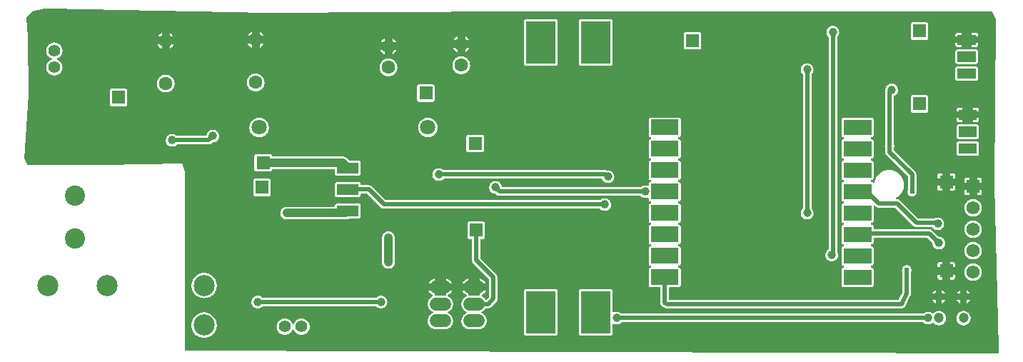
<source format=gbl>
G04 Layer: BottomLayer*
G04 EasyEDA v6.4.14, 2021-01-13T22:08:33+05:30*
G04 86367838682644779aaaf904656d52d0,3bf0aa112e6740ff84f30f28e6d2add8,10*
G04 Gerber Generator version 0.2*
G04 Scale: 100 percent, Rotated: No, Reflected: No *
G04 Dimensions in millimeters *
G04 leading zeros omitted , absolute positions ,4 integer and 5 decimal *
%FSLAX45Y45*%
%MOMM*%

%ADD10C,1.0000*%
%ADD11C,0.5000*%
%ADD14C,1.8000*%
%ADD16C,0.6100*%
%ADD17C,0.6096*%
%ADD30R,3.2918X1.8288*%
%ADD31C,1.7000*%
%ADD32C,1.4224*%
%ADD33C,2.5000*%
%ADD34C,1.5748*%
%ADD35R,1.5748X1.5748*%
%ADD36C,1.6000*%
%ADD38C,1.1938*%
%ADD39C,2.4000*%
%ADD40C,1.5000*%

%LPD*%
G36*
X11621160Y25806D02*
G01*
X1989886Y60198D01*
X1987092Y61010D01*
X1984705Y62585D01*
X1982825Y64769D01*
X1981606Y67411D01*
X1981200Y70256D01*
X1981200Y2184400D01*
X1943100Y2273300D01*
X1028750Y2260600D01*
X118973Y2260701D01*
X115925Y2261717D01*
X113334Y2263597D01*
X112318Y2264816D01*
X77419Y2334310D01*
X76504Y2337308D01*
X76403Y2339543D01*
X127000Y3086100D01*
X114300Y3784600D01*
X101803Y3997096D01*
X101955Y3998823D01*
X102412Y4000550D01*
X103174Y4002125D01*
X104190Y4003598D01*
X162966Y4074160D01*
X165404Y4076242D01*
X166776Y4077004D01*
X312521Y4113580D01*
X315010Y4113834D01*
X372770Y4113733D01*
X2946400Y4064000D01*
X5854700Y4076700D01*
X11552326Y4076598D01*
X11555374Y4075582D01*
X11557965Y4073702D01*
X11558981Y4072483D01*
X11594033Y4002684D01*
X11594947Y3999687D01*
X11595100Y3998061D01*
X11582400Y2019300D01*
X11631371Y84785D01*
X11631269Y34493D01*
X11630456Y31699D01*
X11628882Y29311D01*
X11626697Y27381D01*
X11624056Y26212D01*
G37*

%LPC*%
G36*
X2207717Y211226D02*
G01*
X2218944Y211683D01*
X2230170Y212902D01*
X2241194Y215036D01*
X2246680Y216357D01*
X2257450Y219710D01*
X2262733Y221640D01*
X2273046Y226161D01*
X2283002Y231444D01*
X2292553Y237439D01*
X2301646Y244094D01*
X2310180Y251460D01*
X2318105Y259435D01*
X2325471Y267970D01*
X2332177Y277012D01*
X2338171Y286562D01*
X2343404Y296519D01*
X2345791Y301650D01*
X2349906Y312166D01*
X2353208Y322884D01*
X2354580Y328371D01*
X2356662Y339445D01*
X2357932Y350621D01*
X2358339Y361899D01*
X2357932Y373176D01*
X2356662Y384352D01*
X2354580Y395427D01*
X2351633Y406298D01*
X2349906Y411632D01*
X2345791Y422148D01*
X2340864Y432308D01*
X2335276Y442061D01*
X2328926Y451358D01*
X2321864Y460146D01*
X2314244Y468426D01*
X2305964Y476097D01*
X2297176Y483108D01*
X2287828Y489458D01*
X2278075Y495096D01*
X2267915Y499973D01*
X2262733Y502158D01*
X2252116Y505866D01*
X2246680Y507441D01*
X2235708Y509930D01*
X2230170Y510895D01*
X2218944Y512114D01*
X2207717Y512572D01*
X2196439Y512114D01*
X2185212Y510895D01*
X2174189Y508762D01*
X2168702Y507441D01*
X2157933Y504088D01*
X2152650Y502158D01*
X2142337Y497636D01*
X2132380Y492353D01*
X2122830Y486359D01*
X2113737Y479704D01*
X2105202Y472338D01*
X2097278Y464362D01*
X2089912Y455828D01*
X2083206Y446785D01*
X2077212Y437235D01*
X2071979Y427278D01*
X2069592Y422148D01*
X2065477Y411632D01*
X2062175Y400913D01*
X2060803Y395427D01*
X2058720Y384352D01*
X2057450Y373176D01*
X2057044Y361899D01*
X2057450Y350621D01*
X2058720Y339445D01*
X2060803Y328371D01*
X2063750Y317500D01*
X2065477Y312166D01*
X2069592Y301650D01*
X2074519Y291490D01*
X2080107Y281736D01*
X2086457Y272440D01*
X2093518Y263652D01*
X2101138Y255371D01*
X2109419Y247700D01*
X2118207Y240690D01*
X2127554Y234340D01*
X2137308Y228701D01*
X2147468Y223824D01*
X2152650Y221640D01*
X2163267Y217932D01*
X2168702Y216357D01*
X2179675Y213867D01*
X2185212Y212902D01*
X2196439Y211683D01*
G37*
G36*
X6677914Y236728D02*
G01*
X7030313Y236829D01*
X7034936Y237693D01*
X7039356Y239420D01*
X7043369Y241909D01*
X7046874Y245110D01*
X7049719Y248869D01*
X7051852Y253136D01*
X7052614Y255371D01*
X7053478Y259994D01*
X7053580Y366420D01*
X7053986Y369265D01*
X7055205Y371906D01*
X7057085Y374091D01*
X7059523Y375666D01*
X7062266Y376478D01*
X7065162Y376478D01*
X7067956Y375666D01*
X7075474Y372719D01*
X7083247Y370586D01*
X7091222Y369265D01*
X7099300Y368858D01*
X7107174Y369265D01*
X7114997Y370484D01*
X7122617Y372516D01*
X7129983Y375361D01*
X7137044Y378917D01*
X7143648Y383235D01*
X7149795Y388162D01*
X7153909Y391922D01*
X7156703Y393344D01*
X7159853Y393852D01*
X10734446Y393852D01*
X10737596Y393344D01*
X10740390Y391922D01*
X10744504Y388162D01*
X10750651Y383235D01*
X10757255Y378917D01*
X10764316Y375361D01*
X10771682Y372516D01*
X10779302Y370484D01*
X10787126Y369265D01*
X10795000Y368858D01*
X10803382Y369316D01*
X10811611Y370687D01*
X10815675Y371703D01*
X10823600Y374446D01*
X10831169Y378053D01*
X10834776Y380136D01*
X10841634Y384962D01*
X10846054Y388518D01*
X10848695Y389737D01*
X10851591Y390144D01*
X10853267Y389991D01*
X10854893Y389585D01*
X10856417Y388924D01*
X10857839Y388010D01*
X10862157Y383641D01*
X10868761Y377799D01*
X10872266Y375107D01*
X10879734Y370382D01*
X10887608Y366369D01*
X10891723Y364693D01*
X10900156Y362000D01*
X10908792Y360172D01*
X10917580Y359257D01*
X10926165Y359257D01*
X10934547Y360070D01*
X10942726Y361696D01*
X10950752Y364134D01*
X10958474Y367334D01*
X10965891Y371297D01*
X10972850Y375970D01*
X10979302Y381254D01*
X10985246Y387197D01*
X10990529Y393649D01*
X10995202Y400608D01*
X10999165Y408025D01*
X11002365Y415747D01*
X11004804Y423773D01*
X11006429Y431952D01*
X11007242Y440334D01*
X11007242Y448665D01*
X11006429Y457047D01*
X11004804Y465226D01*
X11002365Y473252D01*
X10999165Y480974D01*
X10995202Y488391D01*
X10990529Y495350D01*
X10985246Y501802D01*
X10979302Y507746D01*
X10972850Y513029D01*
X10965891Y517702D01*
X10958474Y521665D01*
X10950752Y524865D01*
X10942726Y527304D01*
X10934547Y528929D01*
X10926165Y529742D01*
X10917580Y529742D01*
X10908792Y528828D01*
X10900156Y526999D01*
X10891723Y524306D01*
X10883646Y520750D01*
X10875924Y516331D01*
X10872266Y513892D01*
X10865358Y508355D01*
X10857839Y500989D01*
X10856417Y500075D01*
X10854893Y499414D01*
X10853267Y499008D01*
X10850118Y498957D01*
X10847324Y499770D01*
X10844885Y501396D01*
X10838281Y506526D01*
X10834776Y508863D01*
X10827410Y512826D01*
X10823600Y514553D01*
X10815675Y517296D01*
X10807496Y519125D01*
X10799165Y520039D01*
X10791037Y520039D01*
X10783214Y519226D01*
X10775492Y517601D01*
X10767974Y515162D01*
X10760760Y511962D01*
X10753902Y508000D01*
X10747502Y503377D01*
X10741609Y498093D01*
X10739069Y496265D01*
X10737596Y495655D01*
X10734446Y495147D01*
X7159853Y495147D01*
X7156703Y495655D01*
X7153909Y497078D01*
X7149795Y500837D01*
X7143648Y505764D01*
X7137044Y510082D01*
X7129983Y513638D01*
X7122617Y516483D01*
X7114997Y518515D01*
X7107174Y519734D01*
X7099300Y520141D01*
X7091222Y519734D01*
X7083247Y518414D01*
X7075474Y516280D01*
X7067956Y513334D01*
X7065162Y512521D01*
X7062266Y512521D01*
X7059523Y513334D01*
X7057085Y514908D01*
X7055205Y517093D01*
X7053986Y519734D01*
X7053580Y522579D01*
X7053478Y764895D01*
X7052614Y769518D01*
X7050887Y773938D01*
X7048398Y777951D01*
X7045198Y781456D01*
X7041438Y784301D01*
X7037171Y786434D01*
X7034936Y787196D01*
X7030313Y788060D01*
X6675526Y788060D01*
X6670903Y787196D01*
X6666484Y785469D01*
X6662470Y782980D01*
X6658965Y779780D01*
X6656120Y776020D01*
X6653987Y771753D01*
X6653225Y769518D01*
X6652361Y764895D01*
X6652361Y259994D01*
X6653225Y255371D01*
X6654952Y250952D01*
X6657441Y246938D01*
X6660642Y243433D01*
X6664401Y240588D01*
X6668668Y238455D01*
X6670903Y237693D01*
X6675526Y236829D01*
G37*
G36*
X6028182Y236880D02*
G01*
X6378143Y236880D01*
X6382867Y237337D01*
X6387439Y238658D01*
X6391656Y240741D01*
X6393637Y242062D01*
X6397091Y245262D01*
X6399987Y249072D01*
X6402070Y253288D01*
X6403390Y257860D01*
X6403797Y262534D01*
X6403695Y764946D01*
X6403390Y767283D01*
X6402070Y771804D01*
X6399987Y776071D01*
X6397091Y779830D01*
X6393637Y783031D01*
X6389573Y785520D01*
X6385153Y787247D01*
X6380530Y788111D01*
X6025794Y788111D01*
X6021120Y787247D01*
X6016701Y785520D01*
X6012688Y783031D01*
X6009182Y779830D01*
X6006338Y776071D01*
X6005169Y773988D01*
X6003493Y769569D01*
X6002934Y767283D01*
X6002528Y762558D01*
X6002629Y260197D01*
X6003493Y255524D01*
X6005169Y251104D01*
X6007709Y247091D01*
X6010859Y243586D01*
X6014669Y240741D01*
X6016701Y239572D01*
X6021120Y237896D01*
X6025794Y237032D01*
G37*
G36*
X3164840Y246125D02*
G01*
X3173984Y246583D01*
X3178556Y247091D01*
X3187547Y248818D01*
X3191967Y249986D01*
X3200654Y252984D01*
X3208985Y256794D01*
X3216960Y261366D01*
X3224428Y266649D01*
X3231388Y272643D01*
X3237738Y279247D01*
X3243427Y286410D01*
X3248406Y294132D01*
X3252673Y302260D01*
X3255162Y307797D01*
X3257042Y310134D01*
X3259531Y311810D01*
X3262376Y312674D01*
X3265424Y312674D01*
X3268268Y311810D01*
X3270758Y310134D01*
X3272637Y307797D01*
X3275126Y302260D01*
X3279394Y294132D01*
X3284372Y286410D01*
X3290062Y279247D01*
X3296412Y272643D01*
X3303371Y266649D01*
X3310839Y261366D01*
X3318814Y256794D01*
X3327146Y252984D01*
X3335832Y249986D01*
X3344722Y247853D01*
X3349244Y247091D01*
X3358387Y246227D01*
X3367430Y246227D01*
X3376320Y247040D01*
X3380740Y247751D01*
X3389426Y249834D01*
X3397910Y252679D01*
X3406089Y256286D01*
X3413912Y260604D01*
X3421278Y265684D01*
X3428136Y271373D01*
X3434486Y277723D01*
X3440176Y284581D01*
X3445256Y291947D01*
X3449574Y299770D01*
X3453180Y307949D01*
X3456025Y316433D01*
X3458108Y325120D01*
X3459327Y333959D01*
X3459734Y342900D01*
X3459327Y351840D01*
X3458108Y360680D01*
X3456025Y369366D01*
X3453180Y377850D01*
X3449574Y386029D01*
X3445256Y393852D01*
X3440176Y401218D01*
X3434486Y408076D01*
X3428136Y414426D01*
X3421278Y420116D01*
X3413912Y425196D01*
X3406089Y429514D01*
X3397910Y433120D01*
X3389426Y435965D01*
X3380740Y438048D01*
X3371900Y439267D01*
X3362960Y439674D01*
X3353815Y439216D01*
X3349244Y438708D01*
X3340252Y436981D01*
X3335832Y435813D01*
X3327146Y432816D01*
X3318814Y429006D01*
X3310839Y424434D01*
X3303371Y419150D01*
X3296412Y413156D01*
X3290062Y406552D01*
X3284372Y399389D01*
X3279394Y391668D01*
X3275126Y383540D01*
X3272637Y378002D01*
X3270758Y375666D01*
X3268268Y373989D01*
X3265424Y373126D01*
X3262376Y373126D01*
X3259531Y373989D01*
X3257042Y375666D01*
X3255162Y378002D01*
X3252673Y383540D01*
X3248406Y391668D01*
X3243427Y399389D01*
X3237738Y406552D01*
X3231388Y413156D01*
X3224428Y419150D01*
X3216960Y424434D01*
X3208985Y429006D01*
X3200654Y432816D01*
X3191967Y435813D01*
X3183077Y437946D01*
X3178556Y438708D01*
X3169412Y439572D01*
X3160369Y439572D01*
X3151479Y438759D01*
X3147060Y438048D01*
X3138373Y435965D01*
X3129889Y433120D01*
X3121710Y429514D01*
X3113887Y425196D01*
X3106521Y420116D01*
X3099663Y414426D01*
X3093313Y408076D01*
X3087624Y401218D01*
X3082544Y393852D01*
X3078226Y386029D01*
X3074619Y377850D01*
X3071774Y369366D01*
X3069691Y360680D01*
X3068472Y351840D01*
X3068066Y342900D01*
X3068472Y333959D01*
X3069691Y325120D01*
X3071774Y316433D01*
X3074619Y307949D01*
X3078226Y299770D01*
X3082544Y291947D01*
X3087624Y284581D01*
X3093313Y277723D01*
X3099663Y271373D01*
X3106521Y265684D01*
X3113887Y260604D01*
X3121710Y256286D01*
X3129889Y252679D01*
X3138373Y249834D01*
X3147060Y247751D01*
X3155899Y246532D01*
G37*
G36*
X4960264Y312166D02*
G01*
X5064810Y312267D01*
X5074056Y313131D01*
X5078679Y313842D01*
X5087721Y315976D01*
X5096510Y318922D01*
X5105044Y322681D01*
X5113121Y327202D01*
X5120792Y332486D01*
X5127955Y338429D01*
X5134559Y344982D01*
X5140502Y352145D01*
X5145735Y359816D01*
X5150256Y367944D01*
X5154015Y376428D01*
X5156962Y385267D01*
X5159095Y394309D01*
X5159857Y398881D01*
X5160721Y408127D01*
X5160721Y417322D01*
X5159908Y426364D01*
X5158282Y435254D01*
X5155844Y443992D01*
X5154371Y448259D01*
X5150764Y456590D01*
X5146497Y464566D01*
X5141468Y472135D01*
X5135829Y479196D01*
X5129530Y485698D01*
X5122722Y491642D01*
X5115356Y496976D01*
X5107584Y501599D01*
X5102098Y504443D01*
X5099761Y506730D01*
X5098897Y508101D01*
X5097881Y511149D01*
X5097729Y512775D01*
X5097881Y514451D01*
X5098897Y517499D01*
X5099761Y518871D01*
X5102098Y521157D01*
X5107584Y524001D01*
X5115356Y528624D01*
X5122722Y533958D01*
X5129530Y539902D01*
X5135829Y546404D01*
X5141468Y553466D01*
X5146497Y561035D01*
X5150764Y569010D01*
X5154371Y577342D01*
X5157165Y585927D01*
X5159197Y594766D01*
X5160416Y603758D01*
X5160822Y612800D01*
X5160416Y621842D01*
X5159197Y630834D01*
X5157165Y639673D01*
X5154371Y648258D01*
X5150764Y656590D01*
X5146497Y664565D01*
X5141468Y672134D01*
X5135829Y679196D01*
X5129530Y685698D01*
X5122722Y691642D01*
X5115356Y696976D01*
X5107584Y701598D01*
X5102098Y704443D01*
X5099761Y706729D01*
X5098897Y708101D01*
X5097881Y711149D01*
X5097729Y712774D01*
X5097881Y714451D01*
X5098897Y717499D01*
X5099761Y718870D01*
X5102098Y721156D01*
X5107584Y724001D01*
X5115356Y728624D01*
X5122672Y733907D01*
X5129530Y739851D01*
X5135778Y746404D01*
X5141468Y753465D01*
X5146446Y760984D01*
X5150764Y768959D01*
X5079034Y768959D01*
X5078933Y721817D01*
X5078120Y719074D01*
X5076545Y716635D01*
X5074361Y714705D01*
X5071719Y713536D01*
X5068874Y713130D01*
X5060137Y713435D01*
X4960264Y713435D01*
X4951526Y713130D01*
X4948682Y713536D01*
X4946040Y714705D01*
X4943856Y716635D01*
X4942281Y719074D01*
X4941468Y721817D01*
X4941366Y768959D01*
X4869637Y768959D01*
X4873955Y760984D01*
X4878933Y753465D01*
X4884623Y746404D01*
X4890871Y739851D01*
X4897729Y733907D01*
X4905044Y728624D01*
X4912817Y724001D01*
X4918303Y721156D01*
X4920640Y718870D01*
X4921504Y717499D01*
X4922520Y714451D01*
X4922672Y712825D01*
X4922520Y711149D01*
X4921504Y708101D01*
X4920640Y706729D01*
X4918303Y704443D01*
X4912817Y701598D01*
X4905044Y696976D01*
X4897678Y691642D01*
X4890871Y685698D01*
X4884572Y679196D01*
X4878933Y672134D01*
X4873904Y664565D01*
X4869637Y656590D01*
X4866030Y648258D01*
X4863236Y639673D01*
X4861204Y630834D01*
X4859985Y621842D01*
X4859578Y612800D01*
X4859985Y603758D01*
X4861204Y594766D01*
X4863236Y585927D01*
X4866030Y577342D01*
X4869637Y569010D01*
X4873904Y561035D01*
X4878933Y553466D01*
X4884572Y546404D01*
X4890871Y539902D01*
X4897678Y533958D01*
X4905044Y528624D01*
X4912817Y524001D01*
X4918303Y521157D01*
X4920640Y518871D01*
X4921504Y517499D01*
X4922520Y514451D01*
X4922672Y512826D01*
X4922520Y511149D01*
X4921504Y508101D01*
X4920640Y506730D01*
X4918303Y504443D01*
X4912817Y501599D01*
X4905044Y496976D01*
X4897678Y491642D01*
X4890871Y485698D01*
X4884572Y479196D01*
X4878933Y472135D01*
X4873904Y464566D01*
X4869637Y456590D01*
X4866030Y448259D01*
X4863236Y439674D01*
X4861204Y430834D01*
X4859985Y421843D01*
X4859578Y412800D01*
X4859680Y408127D01*
X4860544Y398881D01*
X4862271Y389737D01*
X4864811Y380796D01*
X4868164Y372160D01*
X4872329Y363829D01*
X4877206Y355904D01*
X4882794Y348488D01*
X4889093Y341630D01*
X4895951Y335381D01*
X4903368Y329742D01*
X4911242Y324866D01*
X4919573Y320700D01*
X4928260Y317347D01*
X4937201Y314807D01*
X4941722Y313842D01*
X4950968Y312572D01*
G37*
G36*
X5360263Y312166D02*
G01*
X5464810Y312267D01*
X5474055Y313131D01*
X5478678Y313842D01*
X5487720Y315976D01*
X5496509Y318922D01*
X5505043Y322681D01*
X5513120Y327202D01*
X5520791Y332486D01*
X5527954Y338429D01*
X5534558Y344982D01*
X5540502Y352145D01*
X5545734Y359816D01*
X5550255Y367944D01*
X5554014Y376428D01*
X5556961Y385267D01*
X5559094Y394309D01*
X5559856Y398881D01*
X5560720Y408127D01*
X5560720Y417322D01*
X5559907Y426364D01*
X5558282Y435254D01*
X5555843Y443992D01*
X5554370Y448259D01*
X5550763Y456590D01*
X5546496Y464566D01*
X5541467Y472135D01*
X5535828Y479196D01*
X5529529Y485698D01*
X5522722Y491642D01*
X5515356Y496976D01*
X5507583Y501599D01*
X5502097Y504443D01*
X5499760Y506730D01*
X5498896Y508101D01*
X5497880Y511149D01*
X5497728Y512775D01*
X5497880Y514451D01*
X5498896Y517499D01*
X5499760Y518871D01*
X5502097Y521157D01*
X5507583Y524052D01*
X5515457Y528675D01*
X5522823Y534060D01*
X5529732Y540054D01*
X5536031Y546658D01*
X5541721Y553821D01*
X5545175Y558698D01*
X5547360Y560578D01*
X5549950Y561746D01*
X5552795Y562152D01*
X5581802Y562254D01*
X5588406Y563118D01*
X5594807Y564845D01*
X5600903Y567385D01*
X5603849Y568909D01*
X5609336Y572617D01*
X5614314Y576986D01*
X5676900Y639724D01*
X5680913Y644956D01*
X5682691Y647750D01*
X5685586Y653694D01*
X5687720Y659993D01*
X5689041Y666496D01*
X5689447Y673100D01*
X5689346Y930402D01*
X5688482Y937006D01*
X5686755Y943406D01*
X5684215Y949502D01*
X5682691Y952449D01*
X5678982Y957935D01*
X5674614Y962914D01*
X5488178Y1149502D01*
X5486755Y1152347D01*
X5486247Y1155496D01*
X5486349Y1372768D01*
X5487162Y1375562D01*
X5488736Y1378000D01*
X5490921Y1379880D01*
X5493562Y1381099D01*
X5496407Y1381506D01*
X5516727Y1381607D01*
X5521350Y1382471D01*
X5525770Y1384198D01*
X5529783Y1386687D01*
X5533288Y1389888D01*
X5536133Y1393647D01*
X5538266Y1397914D01*
X5539028Y1400149D01*
X5539892Y1404772D01*
X5539892Y1567027D01*
X5539028Y1571650D01*
X5537301Y1576070D01*
X5534812Y1580083D01*
X5531612Y1583588D01*
X5527852Y1586433D01*
X5523585Y1588566D01*
X5521350Y1589328D01*
X5516727Y1590192D01*
X5354472Y1590192D01*
X5349849Y1589328D01*
X5345430Y1587601D01*
X5341416Y1585112D01*
X5337911Y1581912D01*
X5335066Y1578152D01*
X5332933Y1573885D01*
X5332171Y1571650D01*
X5331307Y1567027D01*
X5331307Y1404772D01*
X5332171Y1400149D01*
X5333898Y1395730D01*
X5336387Y1391716D01*
X5339588Y1388211D01*
X5343347Y1385366D01*
X5347614Y1383233D01*
X5349849Y1382471D01*
X5354472Y1381607D01*
X5374792Y1381506D01*
X5377637Y1381099D01*
X5380278Y1379880D01*
X5382463Y1378000D01*
X5384038Y1375562D01*
X5384850Y1372768D01*
X5384952Y1130300D01*
X5385358Y1123696D01*
X5386679Y1117193D01*
X5388813Y1110894D01*
X5391708Y1104950D01*
X5395417Y1099464D01*
X5399786Y1094486D01*
X5586222Y907897D01*
X5587644Y905052D01*
X5588152Y901903D01*
X5588152Y698296D01*
X5587644Y695147D01*
X5586222Y692302D01*
X5559298Y665378D01*
X5556453Y663956D01*
X5553303Y663448D01*
X5551373Y663549D01*
X5548630Y664362D01*
X5546191Y665886D01*
X5544312Y668020D01*
X5538927Y675436D01*
X5532932Y682294D01*
X5526328Y688644D01*
X5519216Y694334D01*
X5511596Y699312D01*
X5502097Y704443D01*
X5499760Y706729D01*
X5498896Y708101D01*
X5497880Y711149D01*
X5497728Y712774D01*
X5497880Y714451D01*
X5498896Y717499D01*
X5499760Y718870D01*
X5502097Y721156D01*
X5507583Y724001D01*
X5515356Y728624D01*
X5522671Y733907D01*
X5529529Y739851D01*
X5535777Y746404D01*
X5541467Y753465D01*
X5546445Y760984D01*
X5550763Y768959D01*
X5479034Y768959D01*
X5478932Y721817D01*
X5478119Y719074D01*
X5476544Y716635D01*
X5474360Y714705D01*
X5471718Y713536D01*
X5468874Y713130D01*
X5460136Y713435D01*
X5360263Y713435D01*
X5351526Y713130D01*
X5348681Y713536D01*
X5346039Y714705D01*
X5343855Y716635D01*
X5342280Y719074D01*
X5341467Y721817D01*
X5341366Y768959D01*
X5269636Y768959D01*
X5273954Y760984D01*
X5278932Y753465D01*
X5284622Y746404D01*
X5290870Y739851D01*
X5297728Y733907D01*
X5305044Y728624D01*
X5312816Y724001D01*
X5318302Y721156D01*
X5320639Y718870D01*
X5321503Y717499D01*
X5322519Y714451D01*
X5322671Y712825D01*
X5322519Y711149D01*
X5321503Y708101D01*
X5320639Y706729D01*
X5318302Y704443D01*
X5312816Y701598D01*
X5305044Y696976D01*
X5297678Y691642D01*
X5290870Y685698D01*
X5284571Y679196D01*
X5278932Y672134D01*
X5273903Y664565D01*
X5269636Y656590D01*
X5266029Y648258D01*
X5263235Y639673D01*
X5261203Y630834D01*
X5259984Y621842D01*
X5259578Y612800D01*
X5259984Y603758D01*
X5261203Y594766D01*
X5263235Y585927D01*
X5266029Y577342D01*
X5269636Y569010D01*
X5273903Y561035D01*
X5278932Y553466D01*
X5284571Y546404D01*
X5290870Y539902D01*
X5297678Y533958D01*
X5305044Y528624D01*
X5312816Y524001D01*
X5318302Y521157D01*
X5320639Y518871D01*
X5321503Y517499D01*
X5322519Y514451D01*
X5322671Y512826D01*
X5322519Y511149D01*
X5321503Y508101D01*
X5320639Y506730D01*
X5318302Y504443D01*
X5312816Y501599D01*
X5305044Y496976D01*
X5297678Y491642D01*
X5290870Y485698D01*
X5284571Y479196D01*
X5278932Y472135D01*
X5273903Y464566D01*
X5269636Y456590D01*
X5266029Y448259D01*
X5263235Y439674D01*
X5261203Y430834D01*
X5259984Y421843D01*
X5259578Y412800D01*
X5259679Y408127D01*
X5260543Y398881D01*
X5262270Y389737D01*
X5264810Y380796D01*
X5268163Y372160D01*
X5272328Y363829D01*
X5277205Y355904D01*
X5282793Y348488D01*
X5289092Y341630D01*
X5295950Y335381D01*
X5303367Y329742D01*
X5311241Y324866D01*
X5319572Y320700D01*
X5328259Y317347D01*
X5337200Y314807D01*
X5341721Y313842D01*
X5350967Y312572D01*
G37*
G36*
X11214100Y359156D02*
G01*
X11222482Y359562D01*
X11230762Y360781D01*
X11238890Y362813D01*
X11246764Y365658D01*
X11254333Y369214D01*
X11261496Y373532D01*
X11268252Y378510D01*
X11274450Y384149D01*
X11280089Y390347D01*
X11285067Y397103D01*
X11289385Y404266D01*
X11292941Y411835D01*
X11295786Y419709D01*
X11297818Y427837D01*
X11299037Y436118D01*
X11299444Y444500D01*
X11299037Y452882D01*
X11297818Y461162D01*
X11295786Y469290D01*
X11292941Y477164D01*
X11289385Y484733D01*
X11285067Y491896D01*
X11280089Y498652D01*
X11274450Y504850D01*
X11268252Y510489D01*
X11261496Y515467D01*
X11254333Y519785D01*
X11246764Y523341D01*
X11238890Y526186D01*
X11230762Y528218D01*
X11222482Y529437D01*
X11214100Y529844D01*
X11205718Y529437D01*
X11197437Y528218D01*
X11189309Y526186D01*
X11181435Y523341D01*
X11173866Y519785D01*
X11166703Y515467D01*
X11159947Y510489D01*
X11153749Y504850D01*
X11148110Y498652D01*
X11143132Y491896D01*
X11138814Y484733D01*
X11135258Y477164D01*
X11132413Y469290D01*
X11130381Y461162D01*
X11129162Y452882D01*
X11128756Y444500D01*
X11129162Y436118D01*
X11130381Y427837D01*
X11132413Y419709D01*
X11135258Y411835D01*
X11138814Y404266D01*
X11143132Y397103D01*
X11148110Y390347D01*
X11153749Y384149D01*
X11159947Y378510D01*
X11166703Y373532D01*
X11173866Y369214D01*
X11181435Y365658D01*
X11189309Y362813D01*
X11197437Y360781D01*
X11205718Y359562D01*
G37*
G36*
X7696200Y558952D02*
G01*
X10480802Y559054D01*
X10484104Y559358D01*
X10490555Y560679D01*
X10493705Y561594D01*
X10499801Y564134D01*
X10505541Y567385D01*
X10510774Y571398D01*
X10515447Y576021D01*
X10519460Y581253D01*
X10522813Y586943D01*
X10586313Y713943D01*
X10588904Y720140D01*
X10590682Y726592D01*
X10591546Y733247D01*
X10591647Y989533D01*
X10591850Y991616D01*
X10595051Y1000810D01*
X10596626Y1008329D01*
X10597032Y1012139D01*
X10597032Y1019403D01*
X10596219Y1026109D01*
X10594594Y1032713D01*
X10593527Y1035913D01*
X10590733Y1042111D01*
X10587228Y1047902D01*
X10583011Y1053236D01*
X10580725Y1055725D01*
X10575645Y1060196D01*
X10570057Y1064056D01*
X10564063Y1067206D01*
X10560913Y1068527D01*
X10554462Y1070508D01*
X10547756Y1071727D01*
X10541000Y1072134D01*
X10534243Y1071727D01*
X10527538Y1070508D01*
X10521086Y1068527D01*
X10514888Y1065733D01*
X10509097Y1062228D01*
X10503763Y1058011D01*
X10501274Y1055725D01*
X10496804Y1050645D01*
X10492943Y1045057D01*
X10489793Y1039063D01*
X10488472Y1035913D01*
X10486491Y1029462D01*
X10485272Y1022756D01*
X10484866Y1016000D01*
X10484967Y1012139D01*
X10485374Y1008329D01*
X10486948Y1000810D01*
X10490149Y991616D01*
X10490352Y989533D01*
X10490352Y750976D01*
X10489844Y747877D01*
X10489285Y746404D01*
X10448188Y664514D01*
X10447121Y663244D01*
X10444581Y661365D01*
X10441533Y660400D01*
X10439908Y660247D01*
X7730185Y660349D01*
X7727391Y661162D01*
X7724952Y662736D01*
X7723073Y664921D01*
X7721853Y667562D01*
X7721447Y670407D01*
X7721549Y801268D01*
X7722362Y804062D01*
X7723936Y806500D01*
X7726121Y808380D01*
X7728762Y809599D01*
X7731607Y810006D01*
X7837779Y810107D01*
X7842402Y810971D01*
X7846822Y812698D01*
X7850835Y815187D01*
X7854340Y818388D01*
X7857185Y822147D01*
X7859318Y826414D01*
X7860080Y828649D01*
X7860944Y833272D01*
X7861046Y1018540D01*
X7860639Y1023162D01*
X7859369Y1027633D01*
X7857337Y1031849D01*
X7854594Y1035558D01*
X7851190Y1038758D01*
X7847279Y1041247D01*
X7845196Y1042263D01*
X7840725Y1043635D01*
X7837017Y1044295D01*
X7834274Y1045464D01*
X7832039Y1047343D01*
X7830413Y1049832D01*
X7829600Y1052626D01*
X7829600Y1055573D01*
X7830413Y1058367D01*
X7832039Y1060856D01*
X7834274Y1062736D01*
X7837017Y1063904D01*
X7840725Y1064564D01*
X7845196Y1065936D01*
X7849311Y1068120D01*
X7852968Y1070965D01*
X7856067Y1074420D01*
X7858455Y1078433D01*
X7860080Y1082751D01*
X7860944Y1087323D01*
X7861046Y1272540D01*
X7860639Y1277162D01*
X7859369Y1281633D01*
X7857337Y1285849D01*
X7854594Y1289558D01*
X7851190Y1292758D01*
X7847279Y1295247D01*
X7845196Y1296263D01*
X7840725Y1297635D01*
X7837017Y1298295D01*
X7834274Y1299464D01*
X7832039Y1301343D01*
X7830413Y1303832D01*
X7829600Y1306626D01*
X7829600Y1309573D01*
X7830413Y1312367D01*
X7832039Y1314856D01*
X7834274Y1316736D01*
X7837017Y1317904D01*
X7840725Y1318564D01*
X7845196Y1319936D01*
X7849311Y1322120D01*
X7852968Y1324965D01*
X7856067Y1328420D01*
X7858455Y1332433D01*
X7860080Y1336751D01*
X7860944Y1341323D01*
X7861046Y1526540D01*
X7860639Y1531162D01*
X7859369Y1535633D01*
X7857337Y1539849D01*
X7854594Y1543558D01*
X7851190Y1546758D01*
X7847279Y1549247D01*
X7845196Y1550263D01*
X7840725Y1551635D01*
X7837017Y1552295D01*
X7834274Y1553464D01*
X7832039Y1555343D01*
X7830413Y1557832D01*
X7829600Y1560626D01*
X7829600Y1563573D01*
X7830413Y1566367D01*
X7832039Y1568856D01*
X7834274Y1570736D01*
X7837017Y1571904D01*
X7840725Y1572564D01*
X7845196Y1573936D01*
X7849311Y1576120D01*
X7852968Y1578965D01*
X7856067Y1582420D01*
X7858455Y1586433D01*
X7860080Y1590751D01*
X7860944Y1595323D01*
X7861046Y1780539D01*
X7860639Y1785162D01*
X7859369Y1789633D01*
X7857337Y1793849D01*
X7854594Y1797557D01*
X7851190Y1800758D01*
X7847279Y1803247D01*
X7845196Y1804263D01*
X7840725Y1805635D01*
X7837017Y1806295D01*
X7834274Y1807464D01*
X7832039Y1809343D01*
X7830413Y1811832D01*
X7829600Y1814626D01*
X7829600Y1817573D01*
X7830413Y1820367D01*
X7832039Y1822856D01*
X7834274Y1824736D01*
X7837017Y1825904D01*
X7840725Y1826564D01*
X7845196Y1827936D01*
X7849311Y1830120D01*
X7852968Y1832965D01*
X7856067Y1836420D01*
X7858455Y1840433D01*
X7860080Y1844751D01*
X7860944Y1849323D01*
X7861046Y2034539D01*
X7860639Y2039162D01*
X7859369Y2043633D01*
X7857337Y2047849D01*
X7854594Y2051557D01*
X7851190Y2054758D01*
X7847279Y2057247D01*
X7845196Y2058263D01*
X7840725Y2059635D01*
X7837017Y2060295D01*
X7834274Y2061464D01*
X7832039Y2063343D01*
X7830413Y2065832D01*
X7829600Y2068626D01*
X7829600Y2071573D01*
X7830413Y2074367D01*
X7832039Y2076856D01*
X7834274Y2078736D01*
X7837017Y2079904D01*
X7840725Y2080564D01*
X7845196Y2081936D01*
X7849311Y2084120D01*
X7852968Y2086965D01*
X7856067Y2090420D01*
X7858455Y2094433D01*
X7860080Y2098751D01*
X7860944Y2103323D01*
X7861046Y2288540D01*
X7860639Y2293162D01*
X7859369Y2297633D01*
X7857337Y2301849D01*
X7854594Y2305558D01*
X7851190Y2308758D01*
X7847279Y2311247D01*
X7845196Y2312263D01*
X7840725Y2313635D01*
X7837017Y2314295D01*
X7834274Y2315464D01*
X7832039Y2317343D01*
X7830413Y2319832D01*
X7829600Y2322626D01*
X7829600Y2325573D01*
X7830413Y2328367D01*
X7832039Y2330856D01*
X7834274Y2332736D01*
X7837017Y2333904D01*
X7840725Y2334564D01*
X7845196Y2335936D01*
X7849311Y2338120D01*
X7852968Y2340965D01*
X7856067Y2344420D01*
X7858455Y2348433D01*
X7860080Y2352751D01*
X7860944Y2357323D01*
X7861046Y2542540D01*
X7860639Y2547162D01*
X7859369Y2551633D01*
X7857337Y2555849D01*
X7854594Y2559558D01*
X7851190Y2562758D01*
X7847279Y2565247D01*
X7845196Y2566263D01*
X7840725Y2567635D01*
X7837017Y2568295D01*
X7834274Y2569464D01*
X7832039Y2571343D01*
X7830413Y2573832D01*
X7829600Y2576626D01*
X7829600Y2579573D01*
X7830413Y2582367D01*
X7832039Y2584856D01*
X7834274Y2586736D01*
X7837017Y2587904D01*
X7840725Y2588564D01*
X7845196Y2589936D01*
X7849311Y2592120D01*
X7852968Y2594965D01*
X7856067Y2598420D01*
X7858455Y2602433D01*
X7860080Y2606751D01*
X7860944Y2611323D01*
X7860944Y2798927D01*
X7860080Y2803550D01*
X7858353Y2807970D01*
X7855864Y2811983D01*
X7852664Y2815488D01*
X7848904Y2818333D01*
X7844637Y2820466D01*
X7842402Y2821228D01*
X7837779Y2822092D01*
X7503820Y2822092D01*
X7499197Y2821228D01*
X7494778Y2819501D01*
X7490764Y2817012D01*
X7487259Y2813812D01*
X7484414Y2810052D01*
X7482281Y2805785D01*
X7481519Y2803550D01*
X7480655Y2798927D01*
X7480553Y2613660D01*
X7480960Y2609037D01*
X7482230Y2604566D01*
X7484262Y2600350D01*
X7487005Y2596642D01*
X7490409Y2593441D01*
X7494320Y2590952D01*
X7496403Y2589936D01*
X7500874Y2588564D01*
X7504582Y2587904D01*
X7507325Y2586736D01*
X7509560Y2584856D01*
X7511186Y2582367D01*
X7511999Y2579573D01*
X7511999Y2576626D01*
X7511186Y2573832D01*
X7509560Y2571343D01*
X7507325Y2569464D01*
X7504582Y2568295D01*
X7500874Y2567635D01*
X7496403Y2566263D01*
X7492288Y2564079D01*
X7488631Y2561234D01*
X7485532Y2557780D01*
X7483144Y2553766D01*
X7481519Y2549448D01*
X7480655Y2544876D01*
X7480553Y2359660D01*
X7480960Y2355037D01*
X7482230Y2350566D01*
X7484262Y2346350D01*
X7487005Y2342642D01*
X7490409Y2339441D01*
X7494320Y2336952D01*
X7496403Y2335936D01*
X7500874Y2334564D01*
X7504582Y2333904D01*
X7507325Y2332736D01*
X7509560Y2330856D01*
X7511186Y2328367D01*
X7511999Y2325573D01*
X7511999Y2322626D01*
X7511186Y2319832D01*
X7509560Y2317343D01*
X7507325Y2315464D01*
X7504582Y2314295D01*
X7500874Y2313635D01*
X7496403Y2312263D01*
X7492288Y2310079D01*
X7488631Y2307234D01*
X7485532Y2303780D01*
X7483144Y2299766D01*
X7481519Y2295448D01*
X7480655Y2290876D01*
X7480553Y2105660D01*
X7480960Y2101037D01*
X7482230Y2096566D01*
X7484262Y2092350D01*
X7487005Y2088642D01*
X7490409Y2085441D01*
X7494320Y2082952D01*
X7496403Y2081936D01*
X7500874Y2080564D01*
X7504582Y2079904D01*
X7507325Y2078736D01*
X7509560Y2076856D01*
X7511186Y2074367D01*
X7511999Y2071573D01*
X7511999Y2068626D01*
X7511186Y2065832D01*
X7509560Y2063343D01*
X7507325Y2061464D01*
X7504582Y2060295D01*
X7500874Y2059635D01*
X7496403Y2058263D01*
X7492288Y2056079D01*
X7488631Y2053234D01*
X7485532Y2049780D01*
X7483144Y2045766D01*
X7481519Y2041448D01*
X7480655Y2036876D01*
X7480553Y2024125D01*
X7480147Y2021281D01*
X7478928Y2018639D01*
X7477048Y2016455D01*
X7474610Y2014931D01*
X7471816Y2014118D01*
X7470394Y2013966D01*
X7468717Y2014118D01*
X7463028Y2015845D01*
X7454798Y2017674D01*
X7450632Y2018284D01*
X7442200Y2018741D01*
X7434325Y2018334D01*
X7426502Y2017115D01*
X7418882Y2015083D01*
X7411516Y2012238D01*
X7404455Y2008682D01*
X7397851Y2004364D01*
X7391704Y1999437D01*
X7387590Y1995678D01*
X7384796Y1994255D01*
X7381646Y1993747D01*
X5747969Y1993849D01*
X5745124Y1994712D01*
X5742686Y1996338D01*
X5740806Y1998573D01*
X5739638Y2001266D01*
X5738774Y2006600D01*
X5737047Y2014270D01*
X5734558Y2021738D01*
X5731306Y2028850D01*
X5727293Y2035606D01*
X5722620Y2041956D01*
X5717336Y2047748D01*
X5711494Y2052980D01*
X5705094Y2057552D01*
X5698286Y2061464D01*
X5691073Y2064613D01*
X5687364Y2065934D01*
X5679795Y2067915D01*
X5672023Y2069134D01*
X5664200Y2069541D01*
X5656275Y2069134D01*
X5648452Y2067915D01*
X5640832Y2065832D01*
X5633415Y2062988D01*
X5626354Y2059432D01*
X5619750Y2055114D01*
X5613552Y2050135D01*
X5607964Y2044547D01*
X5602986Y2038350D01*
X5598668Y2031746D01*
X5595112Y2024684D01*
X5592267Y2017268D01*
X5590184Y2009648D01*
X5588965Y2001824D01*
X5588558Y1993900D01*
X5588965Y1986025D01*
X5590184Y1978202D01*
X5592216Y1970532D01*
X5595061Y1963166D01*
X5598668Y1956104D01*
X5602935Y1949500D01*
X5607913Y1943354D01*
X5613501Y1937715D01*
X5619648Y1932736D01*
X5626252Y1928418D01*
X5633313Y1924812D01*
X5640679Y1921967D01*
X5648350Y1919935D01*
X5656122Y1918665D01*
X5664047Y1918258D01*
X5667146Y1917750D01*
X5669991Y1916328D01*
X5679186Y1907286D01*
X5684164Y1902917D01*
X5689650Y1899208D01*
X5695594Y1896313D01*
X5701893Y1894179D01*
X5708396Y1892858D01*
X5715000Y1892452D01*
X7381646Y1892452D01*
X7384796Y1891944D01*
X7387590Y1890522D01*
X7391704Y1886762D01*
X7397851Y1881835D01*
X7404455Y1877517D01*
X7411516Y1873961D01*
X7418882Y1871116D01*
X7426502Y1869084D01*
X7434325Y1867865D01*
X7442200Y1867458D01*
X7450632Y1867916D01*
X7458964Y1869338D01*
X7468717Y1872081D01*
X7470394Y1872234D01*
X7473238Y1871776D01*
X7475880Y1870608D01*
X7478064Y1868678D01*
X7479639Y1866290D01*
X7480452Y1863496D01*
X7480553Y1851660D01*
X7480960Y1847037D01*
X7482230Y1842566D01*
X7484262Y1838350D01*
X7487005Y1834642D01*
X7490409Y1831441D01*
X7494320Y1828952D01*
X7496403Y1827936D01*
X7500874Y1826564D01*
X7504582Y1825904D01*
X7507325Y1824736D01*
X7509560Y1822856D01*
X7511186Y1820367D01*
X7511999Y1817573D01*
X7511999Y1814626D01*
X7511186Y1811832D01*
X7509560Y1809343D01*
X7507325Y1807464D01*
X7504582Y1806295D01*
X7500874Y1805635D01*
X7496403Y1804263D01*
X7492288Y1802079D01*
X7488631Y1799234D01*
X7485532Y1795780D01*
X7483144Y1791766D01*
X7481519Y1787448D01*
X7480655Y1782876D01*
X7480553Y1597660D01*
X7480960Y1593037D01*
X7482230Y1588566D01*
X7484262Y1584350D01*
X7487005Y1580642D01*
X7490409Y1577441D01*
X7494320Y1574952D01*
X7496403Y1573936D01*
X7500874Y1572564D01*
X7504582Y1571904D01*
X7507325Y1570736D01*
X7509560Y1568856D01*
X7511186Y1566367D01*
X7511999Y1563573D01*
X7511999Y1560626D01*
X7511186Y1557832D01*
X7509560Y1555343D01*
X7507325Y1553464D01*
X7504582Y1552295D01*
X7500874Y1551635D01*
X7496403Y1550263D01*
X7492288Y1548079D01*
X7488631Y1545234D01*
X7485532Y1541780D01*
X7483144Y1537766D01*
X7481519Y1533448D01*
X7480655Y1528876D01*
X7480553Y1343660D01*
X7480960Y1339037D01*
X7482230Y1334566D01*
X7484262Y1330350D01*
X7487005Y1326642D01*
X7490409Y1323441D01*
X7494320Y1320952D01*
X7496403Y1319936D01*
X7500874Y1318564D01*
X7504582Y1317904D01*
X7507325Y1316736D01*
X7509560Y1314856D01*
X7511186Y1312367D01*
X7511999Y1309573D01*
X7511999Y1306626D01*
X7511186Y1303832D01*
X7509560Y1301343D01*
X7507325Y1299464D01*
X7504582Y1298295D01*
X7500874Y1297635D01*
X7496403Y1296263D01*
X7492288Y1294079D01*
X7488631Y1291234D01*
X7485532Y1287780D01*
X7483144Y1283766D01*
X7481519Y1279448D01*
X7480655Y1274876D01*
X7480553Y1089660D01*
X7480960Y1085037D01*
X7482230Y1080566D01*
X7484262Y1076350D01*
X7487005Y1072642D01*
X7490409Y1069441D01*
X7494320Y1066952D01*
X7496403Y1065936D01*
X7500874Y1064564D01*
X7504582Y1063904D01*
X7507325Y1062736D01*
X7509560Y1060856D01*
X7511186Y1058367D01*
X7511999Y1055573D01*
X7511999Y1052626D01*
X7511186Y1049832D01*
X7509560Y1047343D01*
X7507325Y1045464D01*
X7504582Y1044295D01*
X7500874Y1043635D01*
X7496403Y1042263D01*
X7492288Y1040079D01*
X7488631Y1037234D01*
X7485532Y1033780D01*
X7483144Y1029766D01*
X7481519Y1025448D01*
X7480655Y1020876D01*
X7480655Y833272D01*
X7481519Y828649D01*
X7483246Y824230D01*
X7485735Y820216D01*
X7488936Y816711D01*
X7492695Y813866D01*
X7496962Y811733D01*
X7499197Y810971D01*
X7503820Y810107D01*
X7609992Y810006D01*
X7612837Y809599D01*
X7615478Y808380D01*
X7617663Y806500D01*
X7619238Y804062D01*
X7620050Y801268D01*
X7620152Y622300D01*
X7620558Y615696D01*
X7621879Y609244D01*
X7622794Y606094D01*
X7625334Y599998D01*
X7628585Y594258D01*
X7632598Y589026D01*
X7637221Y584352D01*
X7642453Y580339D01*
X7648143Y576986D01*
X7676591Y562914D01*
X7679740Y561695D01*
X7686192Y559917D01*
X7692847Y559054D01*
G37*
G36*
X2844800Y559358D02*
G01*
X2852674Y559765D01*
X2860497Y560984D01*
X2868117Y563016D01*
X2875483Y565861D01*
X2882544Y569417D01*
X2889148Y573735D01*
X2895295Y578662D01*
X2899410Y582422D01*
X2902204Y583844D01*
X2905353Y584352D01*
X4244746Y584352D01*
X4247896Y583844D01*
X4250690Y582422D01*
X4254804Y578662D01*
X4260951Y573735D01*
X4267555Y569417D01*
X4274616Y565861D01*
X4281982Y563016D01*
X4289602Y560984D01*
X4297426Y559765D01*
X4305300Y559358D01*
X4313224Y559765D01*
X4321048Y560984D01*
X4328668Y563067D01*
X4336084Y565912D01*
X4343146Y569468D01*
X4349750Y573786D01*
X4355947Y578764D01*
X4361535Y584352D01*
X4366514Y590550D01*
X4370832Y597154D01*
X4374388Y604215D01*
X4377232Y611632D01*
X4379315Y619252D01*
X4380534Y627075D01*
X4380941Y635000D01*
X4380534Y642924D01*
X4379315Y650748D01*
X4377232Y658368D01*
X4374388Y665784D01*
X4370832Y672846D01*
X4366514Y679450D01*
X4361535Y685647D01*
X4355947Y691235D01*
X4349750Y696214D01*
X4343146Y700532D01*
X4336084Y704088D01*
X4328668Y706932D01*
X4321048Y709015D01*
X4313224Y710234D01*
X4305300Y710641D01*
X4297426Y710234D01*
X4289602Y709015D01*
X4281982Y706983D01*
X4274616Y704138D01*
X4267555Y700582D01*
X4260951Y696264D01*
X4254804Y691337D01*
X4250690Y687578D01*
X4247896Y686155D01*
X4244746Y685647D01*
X2905353Y685647D01*
X2902204Y686155D01*
X2899410Y687578D01*
X2895295Y691337D01*
X2889148Y696264D01*
X2882544Y700582D01*
X2875483Y704138D01*
X2868117Y706983D01*
X2860497Y709015D01*
X2852674Y710234D01*
X2844800Y710641D01*
X2836875Y710234D01*
X2829052Y709015D01*
X2821432Y706932D01*
X2814015Y704088D01*
X2806954Y700532D01*
X2800350Y696214D01*
X2794152Y691235D01*
X2788564Y685647D01*
X2783586Y679450D01*
X2779268Y672846D01*
X2775712Y665784D01*
X2772867Y658368D01*
X2770784Y650748D01*
X2769565Y642924D01*
X2769158Y635000D01*
X2769565Y627075D01*
X2770784Y619252D01*
X2772867Y611632D01*
X2775712Y604215D01*
X2779268Y597154D01*
X2783586Y590550D01*
X2788564Y584352D01*
X2794152Y578764D01*
X2800350Y573786D01*
X2806954Y569468D01*
X2814015Y565912D01*
X2821432Y563067D01*
X2829052Y560984D01*
X2836875Y559765D01*
G37*
G36*
X10958220Y621233D02*
G01*
X10965688Y625195D01*
X10972749Y629869D01*
X10979302Y635254D01*
X10985246Y641197D01*
X10990630Y647750D01*
X10995304Y654812D01*
X10999266Y662279D01*
X10958220Y662279D01*
G37*
G36*
X10885779Y621233D02*
G01*
X10885830Y662279D01*
X10844733Y662279D01*
X10848695Y654812D01*
X10853369Y647750D01*
X10858754Y641197D01*
X10864697Y635254D01*
X10871250Y629869D01*
X10878312Y625195D01*
G37*
G36*
X11250320Y621233D02*
G01*
X11257788Y625195D01*
X11264849Y629869D01*
X11271402Y635254D01*
X11277346Y641197D01*
X11282730Y647750D01*
X11287404Y654812D01*
X11291366Y662279D01*
X11250320Y662279D01*
G37*
G36*
X11177879Y621233D02*
G01*
X11177930Y662279D01*
X11136833Y662279D01*
X11140795Y654812D01*
X11145469Y647750D01*
X11150854Y641197D01*
X11156797Y635254D01*
X11163350Y629869D01*
X11170412Y625195D01*
G37*
G36*
X2207717Y681228D02*
G01*
X2218944Y681685D01*
X2230170Y682904D01*
X2241194Y685038D01*
X2246680Y686358D01*
X2257450Y689711D01*
X2262733Y691642D01*
X2273046Y696163D01*
X2283002Y701446D01*
X2292553Y707440D01*
X2301646Y714095D01*
X2310180Y721461D01*
X2318105Y729437D01*
X2325471Y737971D01*
X2332177Y747014D01*
X2338171Y756564D01*
X2343404Y766521D01*
X2345791Y771652D01*
X2349906Y782167D01*
X2353208Y792886D01*
X2354580Y798372D01*
X2356662Y809447D01*
X2357932Y820623D01*
X2358339Y831900D01*
X2357932Y843178D01*
X2356662Y854354D01*
X2354580Y865428D01*
X2351633Y876300D01*
X2349906Y881634D01*
X2345791Y892149D01*
X2340864Y902309D01*
X2335276Y912063D01*
X2328926Y921359D01*
X2321864Y930148D01*
X2314244Y938428D01*
X2305964Y946099D01*
X2297176Y953109D01*
X2287828Y959459D01*
X2278075Y965098D01*
X2267915Y969975D01*
X2262733Y972159D01*
X2252116Y975868D01*
X2246680Y977442D01*
X2235708Y979932D01*
X2230170Y980897D01*
X2218944Y982116D01*
X2207717Y982573D01*
X2196439Y982116D01*
X2185212Y980897D01*
X2174189Y978763D01*
X2168702Y977442D01*
X2157933Y974090D01*
X2152650Y972159D01*
X2142337Y967638D01*
X2132380Y962355D01*
X2122830Y956360D01*
X2113737Y949706D01*
X2105202Y942340D01*
X2097278Y934364D01*
X2089912Y925830D01*
X2083206Y916787D01*
X2077212Y907237D01*
X2071979Y897280D01*
X2069592Y892149D01*
X2065477Y881634D01*
X2062175Y870915D01*
X2060803Y865428D01*
X2058720Y854354D01*
X2057450Y843178D01*
X2057044Y831900D01*
X2057450Y820623D01*
X2058720Y809447D01*
X2060803Y798372D01*
X2063750Y787501D01*
X2065477Y782167D01*
X2069592Y771652D01*
X2074519Y761492D01*
X2080107Y751738D01*
X2086457Y742442D01*
X2093518Y733653D01*
X2101138Y725373D01*
X2109419Y717702D01*
X2118207Y710692D01*
X2127554Y704342D01*
X2137308Y698703D01*
X2147468Y693826D01*
X2152650Y691642D01*
X2163267Y687933D01*
X2168702Y686358D01*
X2179675Y683869D01*
X2185212Y682904D01*
X2196439Y681685D01*
G37*
G36*
X11177930Y734669D02*
G01*
X11177879Y775766D01*
X11170412Y771804D01*
X11163350Y767130D01*
X11156797Y761746D01*
X11150854Y755802D01*
X11145469Y749249D01*
X11140795Y742188D01*
X11136833Y734720D01*
G37*
G36*
X10958220Y734669D02*
G01*
X10999266Y734720D01*
X10995304Y742188D01*
X10990630Y749249D01*
X10985246Y755802D01*
X10979302Y761746D01*
X10972749Y767130D01*
X10965688Y771804D01*
X10958220Y775766D01*
G37*
G36*
X10885830Y734669D02*
G01*
X10885779Y775766D01*
X10878312Y771804D01*
X10871250Y767130D01*
X10864697Y761746D01*
X10858754Y755802D01*
X10853369Y749249D01*
X10848695Y742188D01*
X10844733Y734720D01*
G37*
G36*
X11250320Y734669D02*
G01*
X11291366Y734720D01*
X11287404Y742188D01*
X11282730Y749249D01*
X11277346Y755802D01*
X11271402Y761746D01*
X11264849Y767130D01*
X11257788Y771804D01*
X11250320Y775766D01*
G37*
G36*
X9792208Y810006D02*
G01*
X10123779Y810107D01*
X10128402Y810971D01*
X10132822Y812698D01*
X10136835Y815187D01*
X10140340Y818388D01*
X10143185Y822147D01*
X10145318Y826414D01*
X10146080Y828649D01*
X10146944Y833272D01*
X10147046Y1018540D01*
X10146639Y1023162D01*
X10145369Y1027633D01*
X10143337Y1031849D01*
X10140594Y1035558D01*
X10137190Y1038758D01*
X10133279Y1041247D01*
X10131196Y1042263D01*
X10126726Y1043635D01*
X10123017Y1044295D01*
X10120274Y1045464D01*
X10118039Y1047343D01*
X10116413Y1049832D01*
X10115600Y1052626D01*
X10115600Y1055573D01*
X10116413Y1058367D01*
X10118039Y1060856D01*
X10120274Y1062736D01*
X10123017Y1063904D01*
X10126726Y1064564D01*
X10131196Y1065936D01*
X10135311Y1068120D01*
X10138968Y1070965D01*
X10142067Y1074420D01*
X10144455Y1078433D01*
X10146080Y1082751D01*
X10146944Y1087323D01*
X10147046Y1272540D01*
X10146639Y1277162D01*
X10145369Y1281633D01*
X10143337Y1285849D01*
X10140594Y1289558D01*
X10137190Y1292758D01*
X10133279Y1295247D01*
X10131196Y1296263D01*
X10126726Y1297635D01*
X10123017Y1298295D01*
X10120274Y1299464D01*
X10118039Y1301343D01*
X10116413Y1303832D01*
X10115600Y1306626D01*
X10115600Y1309573D01*
X10116413Y1312367D01*
X10118039Y1314856D01*
X10120274Y1316736D01*
X10123017Y1317904D01*
X10126726Y1318564D01*
X10131196Y1319936D01*
X10135311Y1322120D01*
X10138968Y1324965D01*
X10142067Y1328420D01*
X10144455Y1332433D01*
X10146080Y1336751D01*
X10146944Y1341323D01*
X10147046Y1386992D01*
X10147452Y1389837D01*
X10148671Y1392478D01*
X10150551Y1394663D01*
X10152989Y1396238D01*
X10155783Y1397050D01*
X10782503Y1397152D01*
X10785652Y1396644D01*
X10788497Y1395222D01*
X10844428Y1339291D01*
X10845850Y1336446D01*
X10846358Y1333347D01*
X10846765Y1325422D01*
X10848035Y1317650D01*
X10850067Y1309979D01*
X10852912Y1302613D01*
X10856518Y1295552D01*
X10860836Y1288948D01*
X10865815Y1282801D01*
X10871454Y1277213D01*
X10877600Y1272235D01*
X10884204Y1267968D01*
X10891266Y1264361D01*
X10898632Y1261516D01*
X10906302Y1259484D01*
X10914126Y1258265D01*
X10922000Y1257858D01*
X10929924Y1258265D01*
X10937748Y1259484D01*
X10945368Y1261567D01*
X10952784Y1264412D01*
X10959846Y1267968D01*
X10966450Y1272286D01*
X10972647Y1277264D01*
X10978235Y1282852D01*
X10983214Y1289050D01*
X10987532Y1295654D01*
X10991088Y1302715D01*
X10993932Y1310132D01*
X10996015Y1317752D01*
X10997234Y1325575D01*
X10997641Y1333500D01*
X10997234Y1341374D01*
X10996015Y1349197D01*
X10993983Y1356868D01*
X10991138Y1364234D01*
X10987532Y1371295D01*
X10983264Y1377899D01*
X10978286Y1384046D01*
X10972698Y1389684D01*
X10966551Y1394663D01*
X10959947Y1398981D01*
X10952886Y1402588D01*
X10945520Y1405432D01*
X10937849Y1407464D01*
X10930077Y1408734D01*
X10922152Y1409141D01*
X10919053Y1409649D01*
X10916208Y1411071D01*
X10843514Y1483614D01*
X10838535Y1487982D01*
X10833049Y1491691D01*
X10827105Y1494586D01*
X10820806Y1496720D01*
X10814304Y1498041D01*
X10807700Y1498447D01*
X10155783Y1498549D01*
X10152989Y1499362D01*
X10150551Y1500936D01*
X10148671Y1503121D01*
X10147452Y1505762D01*
X10147046Y1508607D01*
X10146944Y1528876D01*
X10146080Y1533448D01*
X10144455Y1537766D01*
X10142067Y1541780D01*
X10138968Y1545234D01*
X10135311Y1548079D01*
X10131196Y1550263D01*
X10126726Y1551635D01*
X10123017Y1552295D01*
X10120274Y1553464D01*
X10118039Y1555343D01*
X10116413Y1557832D01*
X10115600Y1560626D01*
X10115600Y1563573D01*
X10116413Y1566367D01*
X10118039Y1568856D01*
X10120274Y1570736D01*
X10123017Y1571904D01*
X10126726Y1572564D01*
X10131196Y1573936D01*
X10135311Y1576120D01*
X10138968Y1578965D01*
X10142067Y1582420D01*
X10144455Y1586433D01*
X10146080Y1590751D01*
X10146944Y1595323D01*
X10147046Y1770989D01*
X10147452Y1773834D01*
X10148671Y1776475D01*
X10150551Y1778660D01*
X10152989Y1780235D01*
X10155783Y1781048D01*
X10158780Y1781048D01*
X10161828Y1780032D01*
X10163200Y1779219D01*
X10174986Y1767586D01*
X10179964Y1763217D01*
X10185450Y1759508D01*
X10191394Y1756613D01*
X10197693Y1754479D01*
X10204196Y1753158D01*
X10210800Y1752752D01*
X10401503Y1752752D01*
X10404652Y1752244D01*
X10407497Y1750822D01*
X10619486Y1538986D01*
X10624464Y1534617D01*
X10629950Y1530908D01*
X10635894Y1528013D01*
X10642193Y1525879D01*
X10648696Y1524558D01*
X10655300Y1524152D01*
X10838230Y1524152D01*
X10839907Y1524000D01*
X10843006Y1522984D01*
X10845647Y1520952D01*
X10849051Y1516329D01*
X10854334Y1510080D01*
X10860278Y1504442D01*
X10866831Y1499514D01*
X10873841Y1495247D01*
X10881258Y1491843D01*
X10889030Y1489202D01*
X10897057Y1487424D01*
X10905185Y1486560D01*
X10913262Y1486560D01*
X10921136Y1487373D01*
X10928858Y1488998D01*
X10936427Y1491488D01*
X10943640Y1494688D01*
X10950498Y1498650D01*
X10956899Y1503324D01*
X10959947Y1505864D01*
X10965535Y1511452D01*
X10970514Y1517650D01*
X10974832Y1524254D01*
X10978388Y1531315D01*
X10981232Y1538732D01*
X10983315Y1546352D01*
X10984534Y1554175D01*
X10984941Y1562100D01*
X10984534Y1570024D01*
X10983315Y1577848D01*
X10981232Y1585468D01*
X10978388Y1592884D01*
X10974832Y1599946D01*
X10970514Y1606550D01*
X10965535Y1612747D01*
X10959947Y1618335D01*
X10953750Y1623314D01*
X10947146Y1627632D01*
X10940084Y1631188D01*
X10932668Y1634032D01*
X10925048Y1636115D01*
X10917224Y1637334D01*
X10909300Y1637741D01*
X10901121Y1637334D01*
X10897057Y1636776D01*
X10889030Y1634998D01*
X10881258Y1632356D01*
X10873841Y1628952D01*
X10868609Y1626107D01*
X10866882Y1625600D01*
X10865053Y1625447D01*
X10680496Y1625447D01*
X10677347Y1625955D01*
X10674502Y1627378D01*
X10462514Y1839214D01*
X10457535Y1843582D01*
X10452049Y1847291D01*
X10446105Y1850186D01*
X10439806Y1852320D01*
X10433304Y1853641D01*
X10426700Y1854047D01*
X10420299Y1854149D01*
X10417556Y1854962D01*
X10415117Y1856536D01*
X10413187Y1858721D01*
X10412018Y1861362D01*
X10411612Y1864207D01*
X10412069Y1867255D01*
X10412628Y1868678D01*
X10414406Y1871218D01*
X10416844Y1873097D01*
X10427157Y1879295D01*
X10437063Y1886204D01*
X10446461Y1893773D01*
X10455300Y1901952D01*
X10463530Y1910740D01*
X10471200Y1920087D01*
X10478160Y1929892D01*
X10484459Y1940204D01*
X10490047Y1950872D01*
X10494873Y1961946D01*
X10498937Y1973275D01*
X10502188Y1984908D01*
X10503560Y1990750D01*
X10505592Y2002637D01*
X10506862Y2014626D01*
X10507268Y2026666D01*
X10506862Y2038654D01*
X10505643Y2050592D01*
X10503560Y2062429D01*
X10500766Y2074062D01*
X10497108Y2085492D01*
X10495026Y2091131D01*
X10490250Y2102154D01*
X10484713Y2112772D01*
X10478465Y2123033D01*
X10471556Y2132838D01*
X10463987Y2142134D01*
X10455808Y2150872D01*
X10447020Y2159101D01*
X10437723Y2166670D01*
X10427919Y2173579D01*
X10417708Y2179777D01*
X10412425Y2182672D01*
X10401604Y2187803D01*
X10390428Y2192223D01*
X10378998Y2195830D01*
X10367365Y2198674D01*
X10355529Y2200706D01*
X10343591Y2201926D01*
X10331602Y2202332D01*
X10319613Y2201926D01*
X10307675Y2200706D01*
X10295839Y2198674D01*
X10284155Y2195830D01*
X10272725Y2192172D01*
X10267086Y2190089D01*
X10256113Y2185263D01*
X10245445Y2179777D01*
X10235184Y2173528D01*
X10225379Y2166569D01*
X10216083Y2159000D01*
X10207294Y2150821D01*
X10199116Y2142032D01*
X10191546Y2132685D01*
X10184638Y2122881D01*
X10178389Y2112619D01*
X10172903Y2101951D01*
X10168128Y2090928D01*
X10165994Y2085289D01*
X10162387Y2073859D01*
X10160863Y2068068D01*
X10158476Y2056282D01*
X10157460Y2053285D01*
X10155580Y2050796D01*
X10153040Y2048916D01*
X10150043Y2047951D01*
X10146995Y2047951D01*
X10144252Y2048764D01*
X10141813Y2050338D01*
X10139121Y2053082D01*
X10135463Y2055977D01*
X10131298Y2058212D01*
X10126776Y2059635D01*
X10123017Y2060295D01*
X10120274Y2061464D01*
X10118039Y2063343D01*
X10116413Y2065832D01*
X10115600Y2068626D01*
X10115600Y2071573D01*
X10116413Y2074367D01*
X10118039Y2076856D01*
X10120274Y2078736D01*
X10123017Y2079904D01*
X10126726Y2080564D01*
X10131196Y2081936D01*
X10135311Y2084120D01*
X10138968Y2086965D01*
X10142067Y2090420D01*
X10144455Y2094433D01*
X10146080Y2098751D01*
X10146944Y2103323D01*
X10147046Y2288540D01*
X10146639Y2293162D01*
X10145369Y2297633D01*
X10143337Y2301849D01*
X10140594Y2305558D01*
X10137190Y2308758D01*
X10133279Y2311247D01*
X10131196Y2312263D01*
X10126726Y2313635D01*
X10123017Y2314295D01*
X10120274Y2315464D01*
X10118039Y2317343D01*
X10116413Y2319832D01*
X10115600Y2322626D01*
X10115600Y2325573D01*
X10116413Y2328367D01*
X10118039Y2330856D01*
X10120274Y2332736D01*
X10123017Y2333904D01*
X10126726Y2334564D01*
X10131196Y2335936D01*
X10135311Y2338120D01*
X10138968Y2340965D01*
X10142067Y2344420D01*
X10144455Y2348433D01*
X10146080Y2352751D01*
X10146944Y2357323D01*
X10147046Y2542540D01*
X10146639Y2547162D01*
X10145369Y2551633D01*
X10143337Y2555849D01*
X10140594Y2559558D01*
X10137190Y2562758D01*
X10133279Y2565247D01*
X10131196Y2566263D01*
X10126726Y2567635D01*
X10123017Y2568295D01*
X10120274Y2569464D01*
X10118039Y2571343D01*
X10116413Y2573832D01*
X10115600Y2576626D01*
X10115600Y2579573D01*
X10116413Y2582367D01*
X10118039Y2584856D01*
X10120274Y2586736D01*
X10123017Y2587904D01*
X10126726Y2588564D01*
X10131196Y2589936D01*
X10135311Y2592120D01*
X10138968Y2594965D01*
X10142067Y2598420D01*
X10144455Y2602433D01*
X10146080Y2606751D01*
X10146944Y2611323D01*
X10146944Y2798927D01*
X10146080Y2803550D01*
X10144353Y2807970D01*
X10141864Y2811983D01*
X10138664Y2815488D01*
X10134904Y2818333D01*
X10130637Y2820466D01*
X10128402Y2821228D01*
X10123779Y2822092D01*
X9789820Y2822092D01*
X9785197Y2821228D01*
X9780778Y2819501D01*
X9776764Y2817012D01*
X9773259Y2813812D01*
X9770414Y2810052D01*
X9768281Y2805785D01*
X9767519Y2803550D01*
X9766655Y2798927D01*
X9766554Y2613660D01*
X9766960Y2609037D01*
X9768230Y2604566D01*
X9770262Y2600350D01*
X9773005Y2596642D01*
X9776409Y2593441D01*
X9780320Y2590952D01*
X9782403Y2589936D01*
X9786874Y2588564D01*
X9790582Y2587904D01*
X9793325Y2586736D01*
X9795560Y2584856D01*
X9797186Y2582367D01*
X9797999Y2579573D01*
X9797999Y2576626D01*
X9797186Y2573832D01*
X9795560Y2571343D01*
X9793325Y2569464D01*
X9790582Y2568295D01*
X9786874Y2567635D01*
X9782403Y2566263D01*
X9778288Y2564079D01*
X9774631Y2561234D01*
X9771532Y2557780D01*
X9769144Y2553766D01*
X9767519Y2549448D01*
X9766655Y2544876D01*
X9766554Y2359660D01*
X9766960Y2355037D01*
X9768230Y2350566D01*
X9770262Y2346350D01*
X9773005Y2342642D01*
X9776409Y2339441D01*
X9780320Y2336952D01*
X9782403Y2335936D01*
X9786874Y2334564D01*
X9790582Y2333904D01*
X9793325Y2332736D01*
X9795560Y2330856D01*
X9797186Y2328367D01*
X9797999Y2325573D01*
X9797999Y2322626D01*
X9797186Y2319832D01*
X9795560Y2317343D01*
X9793325Y2315464D01*
X9790582Y2314295D01*
X9786874Y2313635D01*
X9782403Y2312263D01*
X9778288Y2310079D01*
X9774631Y2307234D01*
X9771532Y2303780D01*
X9769144Y2299766D01*
X9767519Y2295448D01*
X9766655Y2290876D01*
X9766554Y2105660D01*
X9766960Y2101037D01*
X9768230Y2096566D01*
X9770262Y2092350D01*
X9773005Y2088642D01*
X9776409Y2085441D01*
X9780320Y2082952D01*
X9782403Y2081936D01*
X9786874Y2080564D01*
X9790582Y2079904D01*
X9793325Y2078736D01*
X9795560Y2076856D01*
X9797186Y2074367D01*
X9797999Y2071573D01*
X9797999Y2068626D01*
X9797186Y2065832D01*
X9795560Y2063343D01*
X9793325Y2061464D01*
X9790582Y2060295D01*
X9786874Y2059635D01*
X9782403Y2058263D01*
X9778288Y2056079D01*
X9774631Y2053234D01*
X9771532Y2049780D01*
X9769144Y2045766D01*
X9767519Y2041448D01*
X9766655Y2036876D01*
X9766554Y1851660D01*
X9766960Y1847037D01*
X9768230Y1842566D01*
X9770262Y1838350D01*
X9773005Y1834642D01*
X9776409Y1831441D01*
X9780320Y1828952D01*
X9782403Y1827936D01*
X9786874Y1826564D01*
X9790582Y1825904D01*
X9793325Y1824736D01*
X9795560Y1822856D01*
X9797186Y1820367D01*
X9797999Y1817573D01*
X9797999Y1814626D01*
X9797186Y1811832D01*
X9795560Y1809343D01*
X9793325Y1807464D01*
X9790582Y1806295D01*
X9786874Y1805635D01*
X9782403Y1804263D01*
X9778288Y1802079D01*
X9774631Y1799234D01*
X9771532Y1795780D01*
X9769144Y1791766D01*
X9767519Y1787448D01*
X9766655Y1782876D01*
X9766554Y1597660D01*
X9766960Y1593037D01*
X9768230Y1588566D01*
X9770262Y1584350D01*
X9773005Y1580642D01*
X9776409Y1577441D01*
X9780320Y1574952D01*
X9782403Y1573936D01*
X9786874Y1572564D01*
X9790582Y1571904D01*
X9793325Y1570736D01*
X9795560Y1568856D01*
X9797186Y1566367D01*
X9797999Y1563573D01*
X9797999Y1560626D01*
X9797186Y1557832D01*
X9795560Y1555343D01*
X9793325Y1553464D01*
X9790582Y1552295D01*
X9786874Y1551635D01*
X9782403Y1550263D01*
X9778288Y1548079D01*
X9774631Y1545234D01*
X9771532Y1541780D01*
X9769144Y1537766D01*
X9767519Y1533448D01*
X9766655Y1528876D01*
X9766554Y1343660D01*
X9766960Y1339037D01*
X9768230Y1334566D01*
X9770262Y1330350D01*
X9773005Y1326642D01*
X9776409Y1323441D01*
X9780320Y1320952D01*
X9782403Y1319936D01*
X9786874Y1318564D01*
X9790582Y1317904D01*
X9793325Y1316736D01*
X9795560Y1314856D01*
X9797186Y1312367D01*
X9797999Y1309573D01*
X9797999Y1306626D01*
X9797186Y1303832D01*
X9795560Y1301343D01*
X9793325Y1299464D01*
X9790582Y1298295D01*
X9786874Y1297635D01*
X9782403Y1296263D01*
X9778288Y1294079D01*
X9774631Y1291234D01*
X9771532Y1287780D01*
X9769144Y1283766D01*
X9767519Y1279448D01*
X9766655Y1274876D01*
X9766554Y1089660D01*
X9766960Y1085037D01*
X9768230Y1080566D01*
X9770262Y1076350D01*
X9773005Y1072642D01*
X9776409Y1069441D01*
X9780320Y1066952D01*
X9782403Y1065936D01*
X9786874Y1064564D01*
X9790582Y1063904D01*
X9793325Y1062736D01*
X9795560Y1060856D01*
X9797186Y1058367D01*
X9797999Y1055573D01*
X9797999Y1052626D01*
X9797186Y1049832D01*
X9795560Y1047343D01*
X9793325Y1045464D01*
X9790582Y1044295D01*
X9786874Y1043635D01*
X9782403Y1042263D01*
X9778288Y1040079D01*
X9774631Y1037234D01*
X9771532Y1033780D01*
X9769144Y1029766D01*
X9767519Y1025448D01*
X9766655Y1020876D01*
X9766655Y833272D01*
X9767519Y828649D01*
X9769246Y824230D01*
X9771735Y820216D01*
X9774936Y816711D01*
X9778695Y813866D01*
X9782962Y811733D01*
X9785197Y810971D01*
X9789820Y810107D01*
G37*
G36*
X5269636Y856640D02*
G01*
X5341366Y856640D01*
X5341366Y911656D01*
X5336794Y910691D01*
X5327802Y908100D01*
X5319064Y904646D01*
X5310682Y900430D01*
X5302758Y895451D01*
X5295341Y889711D01*
X5288432Y883361D01*
X5282184Y876350D01*
X5276646Y868832D01*
X5271770Y860806D01*
G37*
G36*
X5479034Y856640D02*
G01*
X5550763Y856640D01*
X5546293Y864869D01*
X5541060Y872693D01*
X5535168Y879957D01*
X5528564Y886612D01*
X5521401Y892657D01*
X5517642Y895451D01*
X5509717Y900430D01*
X5501335Y904646D01*
X5492597Y908100D01*
X5483606Y910691D01*
X5479034Y911656D01*
G37*
G36*
X4869637Y856640D02*
G01*
X4941366Y856640D01*
X4941366Y911656D01*
X4936794Y910691D01*
X4927803Y908100D01*
X4919065Y904646D01*
X4910683Y900430D01*
X4902758Y895451D01*
X4895342Y889711D01*
X4888433Y883361D01*
X4882184Y876350D01*
X4876647Y868832D01*
X4871770Y860806D01*
G37*
G36*
X5079034Y856640D02*
G01*
X5150764Y856640D01*
X5146294Y864869D01*
X5141061Y872693D01*
X5135168Y879957D01*
X5128564Y886612D01*
X5121402Y892657D01*
X5117642Y895451D01*
X5109718Y900430D01*
X5101336Y904646D01*
X5092598Y908100D01*
X5083606Y910691D01*
X5079034Y911656D01*
G37*
G36*
X11328400Y886206D02*
G01*
X11337747Y886612D01*
X11347043Y887882D01*
X11356187Y889965D01*
X11365077Y892860D01*
X11369446Y894587D01*
X11377879Y898652D01*
X11385905Y903478D01*
X11393474Y908964D01*
X11400536Y915162D01*
X11407038Y921918D01*
X11412880Y929233D01*
X11418011Y937056D01*
X11420348Y941120D01*
X11424412Y949553D01*
X11427663Y958342D01*
X11429034Y962812D01*
X11431117Y971956D01*
X11432387Y981252D01*
X11432794Y990600D01*
X11432387Y999947D01*
X11431117Y1009243D01*
X11429034Y1018387D01*
X11426139Y1027277D01*
X11424412Y1031646D01*
X11420348Y1040079D01*
X11415522Y1048105D01*
X11410035Y1055674D01*
X11403838Y1062736D01*
X11397081Y1069238D01*
X11389766Y1075080D01*
X11381943Y1080211D01*
X11377879Y1082548D01*
X11369446Y1086612D01*
X11360658Y1089863D01*
X11356187Y1091234D01*
X11347043Y1093317D01*
X11337747Y1094587D01*
X11328400Y1094994D01*
X11319052Y1094587D01*
X11309756Y1093317D01*
X11300612Y1091234D01*
X11291722Y1088339D01*
X11287353Y1086612D01*
X11278920Y1082548D01*
X11270894Y1077722D01*
X11263325Y1072235D01*
X11256264Y1066038D01*
X11249761Y1059281D01*
X11243919Y1051966D01*
X11238788Y1044143D01*
X11236452Y1040079D01*
X11232388Y1031646D01*
X11229136Y1022858D01*
X11227765Y1018387D01*
X11225682Y1009243D01*
X11224412Y999947D01*
X11224006Y990600D01*
X11224412Y981252D01*
X11225682Y971956D01*
X11227765Y962812D01*
X11230660Y953922D01*
X11232388Y949553D01*
X11236452Y941120D01*
X11241278Y933094D01*
X11246764Y925525D01*
X11252962Y918464D01*
X11259718Y911961D01*
X11267033Y906119D01*
X11274856Y900988D01*
X11278920Y898652D01*
X11287353Y894587D01*
X11296142Y891336D01*
X11300612Y889965D01*
X11309756Y887882D01*
X11319052Y886612D01*
G37*
G36*
X10932160Y898906D02*
G01*
X10965180Y898906D01*
X10965180Y957580D01*
X10906506Y957580D01*
X10906607Y922172D01*
X10907471Y917549D01*
X10909198Y913130D01*
X10911687Y909116D01*
X10914888Y905611D01*
X10918647Y902766D01*
X10922914Y900633D01*
X10925149Y899871D01*
X10929772Y899007D01*
G37*
G36*
X11056620Y898906D02*
G01*
X11092027Y899007D01*
X11096650Y899871D01*
X11101070Y901598D01*
X11105083Y904087D01*
X11108588Y907287D01*
X11111433Y911047D01*
X11113566Y915314D01*
X11114328Y917549D01*
X11115192Y922172D01*
X11115294Y957580D01*
X11056620Y957580D01*
G37*
G36*
X4394200Y1029258D02*
G01*
X4402124Y1029665D01*
X4409948Y1030884D01*
X4417568Y1032967D01*
X4424984Y1035812D01*
X4432046Y1039368D01*
X4438650Y1043686D01*
X4444847Y1048664D01*
X4450435Y1054252D01*
X4455414Y1060450D01*
X4459732Y1067054D01*
X4463288Y1074115D01*
X4466132Y1081532D01*
X4468215Y1089152D01*
X4469434Y1096975D01*
X4469841Y1104900D01*
X4469739Y1400962D01*
X4468926Y1408836D01*
X4467301Y1416558D01*
X4464812Y1424127D01*
X4461611Y1431340D01*
X4457649Y1438198D01*
X4452975Y1444599D01*
X4450435Y1447647D01*
X4444847Y1453235D01*
X4438650Y1458214D01*
X4432046Y1462532D01*
X4424984Y1466088D01*
X4417568Y1468932D01*
X4409948Y1471015D01*
X4402124Y1472234D01*
X4394200Y1472641D01*
X4386275Y1472234D01*
X4378452Y1471015D01*
X4370832Y1468932D01*
X4363415Y1466088D01*
X4356354Y1462532D01*
X4349750Y1458214D01*
X4343552Y1453235D01*
X4337964Y1447647D01*
X4332986Y1441450D01*
X4328668Y1434846D01*
X4325112Y1427784D01*
X4322267Y1420368D01*
X4320184Y1412748D01*
X4318965Y1404924D01*
X4318558Y1397000D01*
X4318660Y1100937D01*
X4319473Y1093063D01*
X4321098Y1085342D01*
X4323588Y1077772D01*
X4326788Y1070559D01*
X4330750Y1063701D01*
X4335424Y1057300D01*
X4337964Y1054252D01*
X4343552Y1048664D01*
X4349750Y1043686D01*
X4356354Y1039368D01*
X4363415Y1035812D01*
X4370832Y1032967D01*
X4378452Y1030884D01*
X4386275Y1029665D01*
G37*
G36*
X11056620Y1049020D02*
G01*
X11115294Y1049020D01*
X11115192Y1084427D01*
X11114328Y1089050D01*
X11112601Y1093470D01*
X11110112Y1097483D01*
X11106912Y1100988D01*
X11103152Y1103833D01*
X11098885Y1105966D01*
X11096650Y1106728D01*
X11092027Y1107592D01*
X11056620Y1107694D01*
G37*
G36*
X10906506Y1049020D02*
G01*
X10965180Y1049020D01*
X10965180Y1107694D01*
X10929772Y1107592D01*
X10925149Y1106728D01*
X10920730Y1105001D01*
X10916716Y1102512D01*
X10913211Y1099312D01*
X10910366Y1095552D01*
X10908233Y1091285D01*
X10907471Y1089050D01*
X10906607Y1084427D01*
G37*
G36*
X9652000Y1118158D02*
G01*
X9659924Y1118565D01*
X9667748Y1119784D01*
X9675368Y1121867D01*
X9682784Y1124712D01*
X9689846Y1128268D01*
X9696450Y1132586D01*
X9702647Y1137564D01*
X9708235Y1143152D01*
X9713214Y1149350D01*
X9717532Y1155954D01*
X9721088Y1163015D01*
X9723932Y1170432D01*
X9726015Y1178052D01*
X9727234Y1185875D01*
X9727641Y1193800D01*
X9727234Y1201978D01*
X9726676Y1206042D01*
X9724898Y1214069D01*
X9722256Y1221841D01*
X9718852Y1229258D01*
X9716008Y1234490D01*
X9715500Y1236218D01*
X9715347Y1238046D01*
X9715347Y3774846D01*
X9715855Y3777996D01*
X9717278Y3780790D01*
X9721037Y3784904D01*
X9725964Y3791051D01*
X9730282Y3797655D01*
X9733838Y3804716D01*
X9736683Y3812082D01*
X9738715Y3819702D01*
X9739934Y3827526D01*
X9740341Y3835400D01*
X9739934Y3843324D01*
X9738715Y3851148D01*
X9736632Y3858768D01*
X9733788Y3866184D01*
X9730232Y3873246D01*
X9725914Y3879850D01*
X9720935Y3886047D01*
X9715347Y3891635D01*
X9709150Y3896614D01*
X9702546Y3900932D01*
X9695484Y3904487D01*
X9688068Y3907332D01*
X9680448Y3909415D01*
X9672624Y3910634D01*
X9664700Y3911041D01*
X9656775Y3910634D01*
X9648952Y3909415D01*
X9641332Y3907332D01*
X9633915Y3904487D01*
X9626854Y3900932D01*
X9620250Y3896614D01*
X9614052Y3891635D01*
X9608464Y3886047D01*
X9603486Y3879850D01*
X9599168Y3873246D01*
X9595612Y3866184D01*
X9592767Y3858768D01*
X9590684Y3851148D01*
X9589465Y3843324D01*
X9589058Y3835400D01*
X9589465Y3827526D01*
X9590684Y3819702D01*
X9592716Y3812082D01*
X9595561Y3804716D01*
X9599117Y3797655D01*
X9603435Y3791051D01*
X9608362Y3784904D01*
X9612122Y3780790D01*
X9613544Y3777996D01*
X9614052Y3774846D01*
X9614052Y1264869D01*
X9613900Y1263192D01*
X9612884Y1260094D01*
X9610852Y1257452D01*
X9606229Y1254048D01*
X9599980Y1248765D01*
X9594342Y1242822D01*
X9589414Y1236268D01*
X9585147Y1229258D01*
X9581743Y1221841D01*
X9579102Y1214069D01*
X9577324Y1206042D01*
X9576460Y1197914D01*
X9576460Y1189837D01*
X9577273Y1181963D01*
X9578898Y1174242D01*
X9581388Y1166672D01*
X9584588Y1159459D01*
X9588550Y1152601D01*
X9593224Y1146200D01*
X9595764Y1143152D01*
X9601352Y1137564D01*
X9607550Y1132586D01*
X9614154Y1128268D01*
X9621215Y1124712D01*
X9628632Y1121867D01*
X9636252Y1119784D01*
X9644075Y1118565D01*
G37*
G36*
X11328400Y1140206D02*
G01*
X11337747Y1140612D01*
X11347043Y1141882D01*
X11356187Y1143965D01*
X11365077Y1146860D01*
X11369446Y1148588D01*
X11377879Y1152652D01*
X11385905Y1157478D01*
X11393474Y1162964D01*
X11400536Y1169162D01*
X11407038Y1175918D01*
X11412880Y1183233D01*
X11418011Y1191056D01*
X11420348Y1195120D01*
X11424412Y1203553D01*
X11427663Y1212342D01*
X11429034Y1216812D01*
X11431117Y1225956D01*
X11432387Y1235252D01*
X11432794Y1244600D01*
X11432387Y1253947D01*
X11431117Y1263243D01*
X11429034Y1272387D01*
X11426139Y1281277D01*
X11424412Y1285646D01*
X11420348Y1294079D01*
X11415522Y1302105D01*
X11410035Y1309674D01*
X11403838Y1316736D01*
X11397081Y1323238D01*
X11389766Y1329080D01*
X11381943Y1334211D01*
X11377879Y1336548D01*
X11369446Y1340612D01*
X11360658Y1343863D01*
X11356187Y1345234D01*
X11347043Y1347317D01*
X11337747Y1348587D01*
X11328400Y1348994D01*
X11319052Y1348587D01*
X11309756Y1347317D01*
X11300612Y1345234D01*
X11291722Y1342339D01*
X11287353Y1340612D01*
X11278920Y1336548D01*
X11270894Y1331722D01*
X11263325Y1326235D01*
X11256264Y1320038D01*
X11249761Y1313281D01*
X11243919Y1305966D01*
X11238788Y1298143D01*
X11236452Y1294079D01*
X11232388Y1285646D01*
X11229136Y1276858D01*
X11227765Y1272387D01*
X11225682Y1263243D01*
X11224412Y1253947D01*
X11224006Y1244600D01*
X11224412Y1235252D01*
X11225682Y1225956D01*
X11227765Y1216812D01*
X11230660Y1207922D01*
X11232388Y1203553D01*
X11236452Y1195120D01*
X11241278Y1187094D01*
X11246764Y1179525D01*
X11252962Y1172464D01*
X11259718Y1165961D01*
X11267033Y1160119D01*
X11274856Y1154988D01*
X11278920Y1152652D01*
X11287353Y1148588D01*
X11296142Y1145336D01*
X11300612Y1143965D01*
X11309756Y1141882D01*
X11319052Y1140612D01*
G37*
G36*
X11328400Y1394206D02*
G01*
X11337747Y1394612D01*
X11347043Y1395882D01*
X11356187Y1397965D01*
X11365077Y1400860D01*
X11369446Y1402588D01*
X11377879Y1406652D01*
X11385905Y1411478D01*
X11393474Y1416964D01*
X11400536Y1423162D01*
X11407038Y1429918D01*
X11412880Y1437233D01*
X11418011Y1445056D01*
X11420348Y1449120D01*
X11424412Y1457553D01*
X11427663Y1466342D01*
X11429034Y1470812D01*
X11431117Y1479956D01*
X11432387Y1489252D01*
X11432794Y1498600D01*
X11432387Y1507947D01*
X11431117Y1517243D01*
X11429034Y1526387D01*
X11426139Y1535277D01*
X11424412Y1539646D01*
X11420348Y1548079D01*
X11415522Y1556105D01*
X11410035Y1563674D01*
X11403838Y1570736D01*
X11397081Y1577238D01*
X11389766Y1583080D01*
X11381943Y1588211D01*
X11377879Y1590548D01*
X11369446Y1594612D01*
X11360658Y1597863D01*
X11356187Y1599234D01*
X11347043Y1601317D01*
X11337747Y1602587D01*
X11328400Y1602994D01*
X11319052Y1602587D01*
X11309756Y1601317D01*
X11300612Y1599234D01*
X11291722Y1596339D01*
X11287353Y1594612D01*
X11278920Y1590548D01*
X11270894Y1585722D01*
X11263325Y1580235D01*
X11256264Y1574038D01*
X11249761Y1567281D01*
X11243919Y1559966D01*
X11238788Y1552143D01*
X11236452Y1548079D01*
X11232388Y1539646D01*
X11229136Y1530858D01*
X11227765Y1526387D01*
X11225682Y1517243D01*
X11224412Y1507947D01*
X11224006Y1498600D01*
X11224412Y1489252D01*
X11225682Y1479956D01*
X11227765Y1470812D01*
X11230660Y1461922D01*
X11232388Y1457553D01*
X11236452Y1449120D01*
X11241278Y1441094D01*
X11246764Y1433525D01*
X11252962Y1426464D01*
X11259718Y1419961D01*
X11267033Y1414119D01*
X11274856Y1408988D01*
X11278920Y1406652D01*
X11287353Y1402588D01*
X11296142Y1399336D01*
X11300612Y1397965D01*
X11309756Y1395882D01*
X11319052Y1394612D01*
G37*
G36*
X3187700Y1613458D02*
G01*
X3890213Y1613560D01*
X3898239Y1614424D01*
X3902201Y1615135D01*
X3909974Y1617268D01*
X3917492Y1620215D01*
X3926281Y1624736D01*
X3928008Y1625193D01*
X3929786Y1625346D01*
X4040987Y1625447D01*
X4045610Y1626311D01*
X4050029Y1628038D01*
X4054043Y1630527D01*
X4057548Y1633728D01*
X4060393Y1637487D01*
X4062526Y1641754D01*
X4063288Y1643989D01*
X4064152Y1648612D01*
X4064152Y1780387D01*
X4063288Y1785010D01*
X4061561Y1789430D01*
X4059072Y1793443D01*
X4055872Y1796948D01*
X4052112Y1799793D01*
X4047845Y1801926D01*
X4045610Y1802688D01*
X4040987Y1803552D01*
X3782212Y1803552D01*
X3777589Y1802688D01*
X3773170Y1800961D01*
X3769156Y1798472D01*
X3765651Y1795272D01*
X3762806Y1791512D01*
X3760673Y1787245D01*
X3759911Y1785010D01*
X3759047Y1780387D01*
X3758946Y1774901D01*
X3758539Y1772056D01*
X3757320Y1769414D01*
X3755440Y1767230D01*
X3753002Y1765655D01*
X3750208Y1764842D01*
X3187700Y1764741D01*
X3179775Y1764334D01*
X3171952Y1763115D01*
X3164332Y1761032D01*
X3156915Y1758188D01*
X3149854Y1754632D01*
X3143250Y1750314D01*
X3137052Y1745335D01*
X3131464Y1739747D01*
X3126486Y1733550D01*
X3122168Y1726946D01*
X3118612Y1719884D01*
X3115767Y1712468D01*
X3113684Y1704848D01*
X3112465Y1697024D01*
X3112058Y1689100D01*
X3112465Y1681175D01*
X3113684Y1673352D01*
X3115767Y1665732D01*
X3118612Y1658315D01*
X3122168Y1651254D01*
X3126486Y1644650D01*
X3131464Y1638452D01*
X3137052Y1632864D01*
X3143250Y1627886D01*
X3149854Y1623568D01*
X3156915Y1620012D01*
X3164332Y1617167D01*
X3171952Y1615084D01*
X3179775Y1613865D01*
G37*
G36*
X9359900Y1613458D02*
G01*
X9367824Y1613865D01*
X9375648Y1615084D01*
X9383268Y1617167D01*
X9390684Y1620012D01*
X9397746Y1623568D01*
X9404350Y1627886D01*
X9410547Y1632864D01*
X9416135Y1638452D01*
X9421114Y1644650D01*
X9425432Y1651254D01*
X9428988Y1658315D01*
X9431832Y1665732D01*
X9433915Y1673352D01*
X9435134Y1681175D01*
X9435541Y1689100D01*
X9435134Y1696974D01*
X9433915Y1704797D01*
X9431883Y1712417D01*
X9429038Y1719783D01*
X9425482Y1726844D01*
X9421164Y1733448D01*
X9416237Y1739595D01*
X9412478Y1743710D01*
X9411055Y1746504D01*
X9410547Y1749653D01*
X9410547Y3330346D01*
X9411055Y3333496D01*
X9412478Y3336290D01*
X9416237Y3340404D01*
X9421164Y3346551D01*
X9425482Y3353155D01*
X9429038Y3360216D01*
X9431883Y3367582D01*
X9433915Y3375202D01*
X9435134Y3383026D01*
X9435541Y3390900D01*
X9435134Y3398824D01*
X9433915Y3406648D01*
X9431832Y3414268D01*
X9428988Y3421684D01*
X9425432Y3428746D01*
X9421114Y3435350D01*
X9416135Y3441547D01*
X9410547Y3447135D01*
X9404350Y3452114D01*
X9397746Y3456432D01*
X9390684Y3459987D01*
X9383268Y3462832D01*
X9375648Y3464915D01*
X9367824Y3466134D01*
X9359900Y3466541D01*
X9351975Y3466134D01*
X9344152Y3464915D01*
X9336532Y3462832D01*
X9329115Y3459987D01*
X9322054Y3456432D01*
X9315450Y3452114D01*
X9309252Y3447135D01*
X9303664Y3441547D01*
X9298686Y3435350D01*
X9294368Y3428746D01*
X9290812Y3421684D01*
X9287967Y3414268D01*
X9285884Y3406648D01*
X9284665Y3398824D01*
X9284258Y3390900D01*
X9284665Y3383026D01*
X9285884Y3375202D01*
X9287916Y3367582D01*
X9290761Y3360216D01*
X9294317Y3353155D01*
X9298635Y3346551D01*
X9303562Y3340404D01*
X9307322Y3336290D01*
X9308744Y3333496D01*
X9309252Y3330346D01*
X9309252Y1749653D01*
X9308744Y1746504D01*
X9307322Y1743710D01*
X9303562Y1739595D01*
X9298635Y1733448D01*
X9294317Y1726844D01*
X9290761Y1719783D01*
X9287916Y1712417D01*
X9285884Y1704797D01*
X9284665Y1696974D01*
X9284258Y1689100D01*
X9284665Y1681175D01*
X9285884Y1673352D01*
X9287967Y1665732D01*
X9290812Y1658315D01*
X9294368Y1651254D01*
X9298686Y1644650D01*
X9303664Y1638452D01*
X9309252Y1632864D01*
X9315450Y1627886D01*
X9322054Y1623568D01*
X9329115Y1620012D01*
X9336532Y1617167D01*
X9344152Y1615084D01*
X9351975Y1613865D01*
G37*
G36*
X11328400Y1648206D02*
G01*
X11337747Y1648612D01*
X11347043Y1649882D01*
X11356187Y1651965D01*
X11365077Y1654860D01*
X11369446Y1656588D01*
X11377879Y1660652D01*
X11385905Y1665478D01*
X11393474Y1670964D01*
X11400536Y1677162D01*
X11407038Y1683918D01*
X11412880Y1691233D01*
X11418011Y1699056D01*
X11420348Y1703120D01*
X11424412Y1711553D01*
X11427663Y1720342D01*
X11429034Y1724812D01*
X11431117Y1733956D01*
X11432387Y1743252D01*
X11432794Y1752600D01*
X11432387Y1761947D01*
X11431117Y1771243D01*
X11429034Y1780387D01*
X11426139Y1789277D01*
X11424412Y1793646D01*
X11420348Y1802079D01*
X11415522Y1810105D01*
X11410035Y1817674D01*
X11403838Y1824736D01*
X11397081Y1831238D01*
X11389766Y1837080D01*
X11381943Y1842211D01*
X11377879Y1844548D01*
X11369446Y1848612D01*
X11360658Y1851863D01*
X11356187Y1853234D01*
X11347043Y1855317D01*
X11337747Y1856587D01*
X11328400Y1856993D01*
X11319052Y1856587D01*
X11309756Y1855317D01*
X11300612Y1853234D01*
X11291722Y1850339D01*
X11287353Y1848612D01*
X11278920Y1844548D01*
X11270894Y1839722D01*
X11263325Y1834235D01*
X11256264Y1828038D01*
X11249761Y1821281D01*
X11243919Y1813966D01*
X11238788Y1806143D01*
X11236452Y1802079D01*
X11232388Y1793646D01*
X11229136Y1784857D01*
X11227765Y1780387D01*
X11225682Y1771243D01*
X11224412Y1761947D01*
X11224006Y1752600D01*
X11224412Y1743252D01*
X11225682Y1733956D01*
X11227765Y1724812D01*
X11230660Y1715922D01*
X11232388Y1711553D01*
X11236452Y1703120D01*
X11241278Y1695094D01*
X11246764Y1687525D01*
X11252962Y1680464D01*
X11259718Y1673961D01*
X11267033Y1668119D01*
X11274856Y1662988D01*
X11278920Y1660652D01*
X11287353Y1656588D01*
X11296142Y1653336D01*
X11300612Y1651965D01*
X11309756Y1649882D01*
X11319052Y1648612D01*
G37*
G36*
X6959600Y1715058D02*
G01*
X6967524Y1715465D01*
X6975348Y1716684D01*
X6982968Y1718767D01*
X6990384Y1721612D01*
X6997446Y1725168D01*
X7004050Y1729486D01*
X7010247Y1734464D01*
X7015835Y1740052D01*
X7020814Y1746250D01*
X7025131Y1752854D01*
X7028688Y1759915D01*
X7031532Y1767332D01*
X7033615Y1774952D01*
X7034834Y1782775D01*
X7035241Y1790700D01*
X7034834Y1798624D01*
X7033615Y1806448D01*
X7031532Y1814068D01*
X7028688Y1821484D01*
X7025131Y1828546D01*
X7020814Y1835150D01*
X7015835Y1841347D01*
X7010247Y1846935D01*
X7004050Y1851914D01*
X6997446Y1856232D01*
X6990384Y1859788D01*
X6982968Y1862632D01*
X6975348Y1864715D01*
X6967524Y1865934D01*
X6959600Y1866341D01*
X6951725Y1865934D01*
X6943902Y1864715D01*
X6936282Y1862683D01*
X6928916Y1859838D01*
X6921855Y1856282D01*
X6915251Y1851964D01*
X6909104Y1847037D01*
X6904990Y1843278D01*
X6902196Y1841855D01*
X6899046Y1841347D01*
X4368596Y1841347D01*
X4365447Y1841855D01*
X4362602Y1843278D01*
X4201414Y2004314D01*
X4196435Y2008682D01*
X4190949Y2012391D01*
X4185005Y2015286D01*
X4178706Y2017420D01*
X4172204Y2018741D01*
X4165600Y2019147D01*
X4072991Y2019249D01*
X4070197Y2020062D01*
X4067759Y2021636D01*
X4065879Y2023821D01*
X4064660Y2026462D01*
X4064254Y2029307D01*
X4064152Y2034387D01*
X4063288Y2039010D01*
X4061561Y2043430D01*
X4059072Y2047443D01*
X4055872Y2050948D01*
X4052112Y2053793D01*
X4047845Y2055926D01*
X4045610Y2056688D01*
X4040987Y2057552D01*
X3782212Y2057552D01*
X3777589Y2056688D01*
X3773170Y2054961D01*
X3769156Y2052472D01*
X3765651Y2049272D01*
X3762806Y2045512D01*
X3760673Y2041245D01*
X3759911Y2039010D01*
X3759047Y2034387D01*
X3759047Y1902612D01*
X3759911Y1897989D01*
X3761638Y1893570D01*
X3764127Y1889556D01*
X3767328Y1886051D01*
X3771087Y1883206D01*
X3775354Y1881073D01*
X3777589Y1880311D01*
X3782212Y1879447D01*
X4040987Y1879447D01*
X4045610Y1880311D01*
X4050029Y1882038D01*
X4054043Y1884527D01*
X4057548Y1887728D01*
X4060393Y1891487D01*
X4062526Y1895754D01*
X4063288Y1897989D01*
X4064152Y1902612D01*
X4064254Y1907692D01*
X4064660Y1910537D01*
X4065879Y1913178D01*
X4067759Y1915363D01*
X4070197Y1916938D01*
X4072991Y1917750D01*
X4140403Y1917852D01*
X4143552Y1917344D01*
X4146397Y1915922D01*
X4307586Y1754886D01*
X4312564Y1750517D01*
X4318050Y1746808D01*
X4323994Y1743913D01*
X4330293Y1741779D01*
X4336796Y1740458D01*
X4343400Y1740052D01*
X6899046Y1740052D01*
X6902196Y1739544D01*
X6904990Y1738122D01*
X6909104Y1734362D01*
X6915251Y1729435D01*
X6921855Y1725117D01*
X6928916Y1721561D01*
X6936282Y1718716D01*
X6943902Y1716684D01*
X6951725Y1715465D01*
G37*
G36*
X10604500Y1886966D02*
G01*
X10611256Y1887372D01*
X10617911Y1888591D01*
X10624413Y1890623D01*
X10627563Y1891893D01*
X10633557Y1895043D01*
X10639094Y1898904D01*
X10644174Y1903425D01*
X10648696Y1908505D01*
X10652556Y1914042D01*
X10655706Y1920036D01*
X10658094Y1926386D01*
X10659719Y1932990D01*
X10660532Y1939696D01*
X10660481Y1946910D01*
X10660126Y1950720D01*
X10659465Y1954530D01*
X10658551Y1958238D01*
X10655350Y1967433D01*
X10655147Y1969516D01*
X10655046Y2149602D01*
X10654182Y2156206D01*
X10652455Y2162606D01*
X10649915Y2168702D01*
X10648391Y2171649D01*
X10644682Y2177135D01*
X10640314Y2182114D01*
X10390378Y2432202D01*
X10388955Y2435047D01*
X10388447Y2438196D01*
X10388447Y2462733D01*
X10388650Y2464816D01*
X10391851Y2474010D01*
X10393426Y2481529D01*
X10393832Y2485339D01*
X10393832Y2493060D01*
X10393426Y2496870D01*
X10391851Y2504389D01*
X10388650Y2513584D01*
X10388447Y2515666D01*
X10388549Y3072892D01*
X10389362Y3075686D01*
X10390936Y3078124D01*
X10393121Y3080004D01*
X10397947Y3082391D01*
X10404754Y3086404D01*
X10411104Y3091027D01*
X10416946Y3096361D01*
X10422178Y3102203D01*
X10426801Y3108604D01*
X10430713Y3115411D01*
X10433862Y3122625D01*
X10436301Y3130143D01*
X10437926Y3137814D01*
X10438739Y3145637D01*
X10438739Y3153562D01*
X10437926Y3161436D01*
X10436301Y3169158D01*
X10433812Y3176727D01*
X10430611Y3183940D01*
X10426649Y3190798D01*
X10421975Y3197199D01*
X10419435Y3200247D01*
X10413847Y3205835D01*
X10407650Y3210814D01*
X10401046Y3215132D01*
X10393984Y3218688D01*
X10386568Y3221532D01*
X10378948Y3223615D01*
X10371124Y3224834D01*
X10363200Y3225241D01*
X10355275Y3224834D01*
X10347452Y3223615D01*
X10339832Y3221532D01*
X10332415Y3218688D01*
X10325354Y3215132D01*
X10318750Y3210814D01*
X10312552Y3205835D01*
X10306964Y3200247D01*
X10301986Y3194050D01*
X10297668Y3187446D01*
X10294112Y3180384D01*
X10291267Y3172968D01*
X10289184Y3165348D01*
X10287965Y3157524D01*
X10287558Y3149600D01*
X10287762Y3144012D01*
X10288473Y3136900D01*
X10287254Y3127756D01*
X10287152Y2515666D01*
X10286949Y2513584D01*
X10283748Y2504389D01*
X10282174Y2496870D01*
X10281767Y2493060D01*
X10281767Y2485339D01*
X10282174Y2481529D01*
X10283748Y2474010D01*
X10286949Y2464816D01*
X10287152Y2462733D01*
X10287254Y2409698D01*
X10288117Y2403094D01*
X10289844Y2396693D01*
X10292384Y2390597D01*
X10293908Y2387650D01*
X10297617Y2382164D01*
X10301986Y2377186D01*
X10551922Y2127097D01*
X10553344Y2124252D01*
X10553852Y2121103D01*
X10553852Y1969516D01*
X10553649Y1967433D01*
X10550448Y1958238D01*
X10549534Y1954530D01*
X10548874Y1950720D01*
X10548366Y1943100D01*
X10548772Y1936343D01*
X10549991Y1929688D01*
X10552023Y1923186D01*
X10553293Y1920036D01*
X10556443Y1914042D01*
X10560304Y1908505D01*
X10564825Y1903425D01*
X10569905Y1898904D01*
X10575442Y1895043D01*
X10581436Y1891893D01*
X10587786Y1889506D01*
X10594390Y1887880D01*
X10601096Y1887067D01*
G37*
G36*
X2816860Y1889506D02*
G01*
X2976727Y1889607D01*
X2981350Y1890471D01*
X2985770Y1892198D01*
X2989783Y1894687D01*
X2993288Y1897888D01*
X2996133Y1901647D01*
X2998266Y1905914D01*
X2999028Y1908149D01*
X2999892Y1912772D01*
X2999892Y2075027D01*
X2999028Y2079650D01*
X2997301Y2084070D01*
X2994812Y2088083D01*
X2991612Y2091588D01*
X2987852Y2094433D01*
X2983585Y2096566D01*
X2981350Y2097328D01*
X2976727Y2098192D01*
X2814472Y2098192D01*
X2809849Y2097328D01*
X2805430Y2095601D01*
X2801416Y2093112D01*
X2797911Y2089912D01*
X2795066Y2086152D01*
X2792933Y2081885D01*
X2792171Y2079650D01*
X2791307Y2075027D01*
X2791307Y1912772D01*
X2792171Y1908149D01*
X2793898Y1903730D01*
X2796387Y1899716D01*
X2799588Y1896211D01*
X2803347Y1893366D01*
X2807614Y1891233D01*
X2809849Y1890471D01*
X2814472Y1889607D01*
G37*
G36*
X11249660Y1902206D02*
G01*
X11282680Y1902206D01*
X11282680Y1960880D01*
X11224006Y1960880D01*
X11224107Y1925472D01*
X11224971Y1920849D01*
X11226698Y1916430D01*
X11229187Y1912416D01*
X11232388Y1908911D01*
X11236147Y1906066D01*
X11240414Y1903933D01*
X11242649Y1903171D01*
X11247272Y1902307D01*
G37*
G36*
X11374120Y1902206D02*
G01*
X11409527Y1902307D01*
X11414150Y1903171D01*
X11418570Y1904898D01*
X11422583Y1907387D01*
X11426088Y1910588D01*
X11428933Y1914347D01*
X11431066Y1918614D01*
X11431828Y1920849D01*
X11432692Y1925472D01*
X11432794Y1960880D01*
X11374120Y1960880D01*
G37*
G36*
X10932160Y1953006D02*
G01*
X10965180Y1953006D01*
X10965180Y2011680D01*
X10906506Y2011680D01*
X10906607Y1976272D01*
X10907471Y1971649D01*
X10909198Y1967230D01*
X10911687Y1963216D01*
X10914888Y1959711D01*
X10918647Y1956866D01*
X10922914Y1954733D01*
X10925149Y1953971D01*
X10929772Y1953107D01*
G37*
G36*
X11056620Y1953006D02*
G01*
X11092027Y1953107D01*
X11096650Y1953971D01*
X11101070Y1955698D01*
X11105083Y1958187D01*
X11108588Y1961388D01*
X11111433Y1965147D01*
X11113566Y1969414D01*
X11114328Y1971649D01*
X11115192Y1976272D01*
X11115294Y2011680D01*
X11056620Y2011680D01*
G37*
G36*
X6997700Y2045258D02*
G01*
X7005624Y2045665D01*
X7013448Y2046884D01*
X7021068Y2048967D01*
X7028484Y2051812D01*
X7035546Y2055368D01*
X7042150Y2059686D01*
X7048347Y2064664D01*
X7053935Y2070252D01*
X7058914Y2076450D01*
X7063231Y2083054D01*
X7066788Y2090115D01*
X7069632Y2097532D01*
X7071715Y2105152D01*
X7072934Y2112975D01*
X7073341Y2120900D01*
X7072934Y2128824D01*
X7071715Y2136648D01*
X7069632Y2144268D01*
X7066788Y2151684D01*
X7063231Y2158746D01*
X7058914Y2165350D01*
X7053935Y2171547D01*
X7048347Y2177135D01*
X7042150Y2182114D01*
X7035546Y2186432D01*
X7028484Y2189988D01*
X7021068Y2192832D01*
X7013448Y2194915D01*
X7005624Y2196134D01*
X6997700Y2196541D01*
X6992112Y2196338D01*
X6985000Y2195626D01*
X6975856Y2196846D01*
X5051653Y2196947D01*
X5048504Y2197455D01*
X5045710Y2198878D01*
X5041595Y2202637D01*
X5035448Y2207564D01*
X5028844Y2211882D01*
X5021783Y2215438D01*
X5014417Y2218283D01*
X5006797Y2220315D01*
X4998974Y2221534D01*
X4991100Y2221941D01*
X4983175Y2221534D01*
X4975352Y2220315D01*
X4967732Y2218232D01*
X4960315Y2215388D01*
X4953254Y2211832D01*
X4946650Y2207514D01*
X4940452Y2202535D01*
X4934864Y2196947D01*
X4929886Y2190750D01*
X4925568Y2184146D01*
X4922012Y2177084D01*
X4919167Y2169668D01*
X4917084Y2162048D01*
X4915865Y2154224D01*
X4915458Y2146300D01*
X4915865Y2138375D01*
X4917084Y2130552D01*
X4919167Y2122932D01*
X4922012Y2115515D01*
X4925568Y2108454D01*
X4929886Y2101850D01*
X4934864Y2095652D01*
X4940452Y2090064D01*
X4946650Y2085086D01*
X4953254Y2080768D01*
X4960315Y2077212D01*
X4967732Y2074367D01*
X4975352Y2072284D01*
X4983175Y2071065D01*
X4991100Y2070658D01*
X4998974Y2071065D01*
X5006797Y2072284D01*
X5014417Y2074316D01*
X5021783Y2077161D01*
X5028844Y2080717D01*
X5035448Y2085035D01*
X5041595Y2089962D01*
X5045710Y2093722D01*
X5048504Y2095144D01*
X5051653Y2095652D01*
X6920992Y2095550D01*
X6923786Y2094738D01*
X6926224Y2093163D01*
X6928103Y2090978D01*
X6930491Y2086152D01*
X6934504Y2079345D01*
X6939127Y2072995D01*
X6944461Y2067153D01*
X6950303Y2061921D01*
X6956704Y2057298D01*
X6963511Y2053386D01*
X6970725Y2050237D01*
X6978243Y2047798D01*
X6985914Y2046173D01*
X6993737Y2045360D01*
G37*
G36*
X11224006Y2052320D02*
G01*
X11282680Y2052320D01*
X11282680Y2110994D01*
X11247272Y2110892D01*
X11242649Y2110028D01*
X11238230Y2108301D01*
X11234216Y2105812D01*
X11230711Y2102612D01*
X11227866Y2098852D01*
X11225733Y2094585D01*
X11224971Y2092350D01*
X11224107Y2087727D01*
G37*
G36*
X11374120Y2052320D02*
G01*
X11432794Y2052320D01*
X11432692Y2087727D01*
X11431828Y2092350D01*
X11430101Y2096770D01*
X11427612Y2100783D01*
X11424412Y2104288D01*
X11420652Y2107133D01*
X11416385Y2109266D01*
X11414150Y2110028D01*
X11409527Y2110892D01*
X11374120Y2110994D01*
G37*
G36*
X11056620Y2103120D02*
G01*
X11115294Y2103120D01*
X11115192Y2138527D01*
X11114328Y2143150D01*
X11112601Y2147570D01*
X11110112Y2151583D01*
X11106912Y2155088D01*
X11103152Y2157933D01*
X11098885Y2160066D01*
X11096650Y2160828D01*
X11092027Y2161692D01*
X11056620Y2161794D01*
G37*
G36*
X10906506Y2103120D02*
G01*
X10965180Y2103120D01*
X10965180Y2161794D01*
X10929772Y2161692D01*
X10925149Y2160828D01*
X10920730Y2159101D01*
X10916716Y2156612D01*
X10913211Y2153412D01*
X10910366Y2149652D01*
X10908233Y2145385D01*
X10907471Y2143150D01*
X10906607Y2138527D01*
G37*
G36*
X3784600Y2133346D02*
G01*
X4040987Y2133447D01*
X4045610Y2134311D01*
X4050029Y2136038D01*
X4054043Y2138527D01*
X4057548Y2141728D01*
X4060393Y2145487D01*
X4062526Y2149754D01*
X4063288Y2151989D01*
X4064152Y2156612D01*
X4064152Y2288387D01*
X4063288Y2293010D01*
X4061561Y2297430D01*
X4059072Y2301443D01*
X4055872Y2304948D01*
X4052112Y2307793D01*
X4047845Y2309926D01*
X4045610Y2310688D01*
X4040987Y2311552D01*
X3932072Y2311755D01*
X3929024Y2312771D01*
X3927652Y2313584D01*
X3898747Y2342235D01*
X3892550Y2347214D01*
X3885946Y2351532D01*
X3878884Y2355088D01*
X3871468Y2357932D01*
X3863848Y2360015D01*
X3856024Y2361234D01*
X3848100Y2361641D01*
X3022142Y2361641D01*
X3019094Y2362098D01*
X3016351Y2363470D01*
X3014116Y2365603D01*
X3012592Y2368296D01*
X3011627Y2372106D01*
X3009900Y2376424D01*
X3007360Y2380386D01*
X3004159Y2383840D01*
X3000400Y2386634D01*
X2996234Y2388717D01*
X2991713Y2389987D01*
X2987040Y2390394D01*
X2827172Y2390292D01*
X2822549Y2389428D01*
X2818130Y2387701D01*
X2814116Y2385212D01*
X2810611Y2382012D01*
X2807766Y2378252D01*
X2805633Y2373985D01*
X2804871Y2371750D01*
X2804007Y2367127D01*
X2804007Y2204872D01*
X2804871Y2200249D01*
X2806598Y2195830D01*
X2809087Y2191816D01*
X2812288Y2188311D01*
X2816047Y2185466D01*
X2820314Y2183333D01*
X2822549Y2182571D01*
X2827172Y2181707D01*
X2987040Y2181606D01*
X2991713Y2182012D01*
X2996234Y2183282D01*
X3000400Y2185365D01*
X3004159Y2188159D01*
X3007360Y2191613D01*
X3009900Y2195576D01*
X3011627Y2199894D01*
X3012592Y2203704D01*
X3014116Y2206396D01*
X3016351Y2208530D01*
X3019094Y2209901D01*
X3022142Y2210358D01*
X3750208Y2210257D01*
X3753002Y2209444D01*
X3755440Y2207869D01*
X3757320Y2205685D01*
X3758539Y2203043D01*
X3758946Y2200198D01*
X3759047Y2156612D01*
X3759911Y2151989D01*
X3761638Y2147570D01*
X3764127Y2143556D01*
X3767328Y2140051D01*
X3771087Y2137206D01*
X3775354Y2135073D01*
X3777589Y2134311D01*
X3782212Y2133447D01*
G37*
G36*
X11156950Y2368042D02*
G01*
X11375237Y2368143D01*
X11379860Y2369007D01*
X11384280Y2370734D01*
X11388293Y2373223D01*
X11391798Y2376424D01*
X11394643Y2380183D01*
X11396776Y2384450D01*
X11397538Y2386685D01*
X11398402Y2391308D01*
X11398402Y2515971D01*
X11397538Y2520594D01*
X11395811Y2525014D01*
X11393322Y2529027D01*
X11390122Y2532532D01*
X11386362Y2535377D01*
X11382095Y2537510D01*
X11379860Y2538272D01*
X11375237Y2539136D01*
X11154562Y2539136D01*
X11149939Y2538272D01*
X11145520Y2536545D01*
X11141506Y2534056D01*
X11138001Y2530856D01*
X11135156Y2527096D01*
X11133023Y2522829D01*
X11132261Y2520594D01*
X11131397Y2515971D01*
X11131397Y2391308D01*
X11132261Y2386685D01*
X11133988Y2382266D01*
X11136477Y2378252D01*
X11139678Y2374747D01*
X11143437Y2371902D01*
X11147704Y2369769D01*
X11149939Y2369007D01*
X11154562Y2368143D01*
G37*
G36*
X5344160Y2410206D02*
G01*
X5504027Y2410307D01*
X5508650Y2411171D01*
X5513070Y2412898D01*
X5517083Y2415387D01*
X5520588Y2418588D01*
X5523433Y2422347D01*
X5525566Y2426614D01*
X5526328Y2428849D01*
X5527192Y2433472D01*
X5527192Y2595727D01*
X5526328Y2600350D01*
X5524601Y2604770D01*
X5522112Y2608783D01*
X5518912Y2612288D01*
X5515152Y2615133D01*
X5510885Y2617266D01*
X5508650Y2618028D01*
X5504027Y2618892D01*
X5341772Y2618892D01*
X5337149Y2618028D01*
X5332730Y2616301D01*
X5328716Y2613812D01*
X5325211Y2610612D01*
X5322366Y2606852D01*
X5320233Y2602585D01*
X5319471Y2600350D01*
X5318607Y2595727D01*
X5318607Y2433472D01*
X5319471Y2428849D01*
X5321198Y2424430D01*
X5323687Y2420416D01*
X5326888Y2416911D01*
X5330647Y2414066D01*
X5334914Y2411933D01*
X5337149Y2411171D01*
X5341772Y2410307D01*
G37*
G36*
X1828800Y2477058D02*
G01*
X1836674Y2477465D01*
X1844497Y2478684D01*
X1852117Y2480716D01*
X1859483Y2483561D01*
X1866544Y2487117D01*
X1873148Y2491435D01*
X1879295Y2496362D01*
X1883410Y2500122D01*
X1886204Y2501544D01*
X1889353Y2502052D01*
X2263902Y2502154D01*
X2270506Y2503017D01*
X2276906Y2504744D01*
X2283002Y2507284D01*
X2285949Y2508808D01*
X2291435Y2512517D01*
X2296414Y2516886D01*
X2305608Y2525928D01*
X2308453Y2527350D01*
X2311552Y2527858D01*
X2319477Y2528265D01*
X2327249Y2529535D01*
X2334920Y2531567D01*
X2342286Y2534412D01*
X2349347Y2538018D01*
X2355951Y2542336D01*
X2362098Y2547315D01*
X2367686Y2552954D01*
X2372664Y2559100D01*
X2376932Y2565704D01*
X2380538Y2572766D01*
X2383383Y2580132D01*
X2385415Y2587802D01*
X2386634Y2595626D01*
X2387041Y2603500D01*
X2386634Y2611424D01*
X2385415Y2619248D01*
X2383332Y2626868D01*
X2380488Y2634284D01*
X2376932Y2641346D01*
X2372614Y2647950D01*
X2367635Y2654147D01*
X2362047Y2659735D01*
X2355850Y2664714D01*
X2349246Y2669032D01*
X2342184Y2672588D01*
X2334768Y2675432D01*
X2327148Y2677515D01*
X2319324Y2678734D01*
X2311400Y2679141D01*
X2303576Y2678734D01*
X2295804Y2677515D01*
X2288235Y2675534D01*
X2280869Y2672740D01*
X2273858Y2669184D01*
X2267254Y2664917D01*
X2261108Y2660040D01*
X2255520Y2654503D01*
X2250541Y2648458D01*
X2246223Y2641904D01*
X2242566Y2634945D01*
X2239721Y2627630D01*
X2237587Y2620060D01*
X2236266Y2612339D01*
X2235504Y2609494D01*
X2233930Y2607005D01*
X2231745Y2605024D01*
X2229104Y2603804D01*
X2226157Y2603347D01*
X1889353Y2603347D01*
X1886204Y2603855D01*
X1883410Y2605278D01*
X1879295Y2609037D01*
X1873148Y2613964D01*
X1866544Y2618282D01*
X1859483Y2621838D01*
X1852117Y2624683D01*
X1844497Y2626715D01*
X1836674Y2627934D01*
X1828800Y2628341D01*
X1820875Y2627934D01*
X1813052Y2626715D01*
X1805432Y2624632D01*
X1798015Y2621788D01*
X1790954Y2618232D01*
X1784350Y2613914D01*
X1778152Y2608935D01*
X1772564Y2603347D01*
X1767586Y2597150D01*
X1763268Y2590546D01*
X1759712Y2583484D01*
X1756867Y2576068D01*
X1754784Y2568448D01*
X1753565Y2560624D01*
X1753158Y2552700D01*
X1753565Y2544775D01*
X1754784Y2536952D01*
X1756867Y2529332D01*
X1759712Y2521915D01*
X1763268Y2514854D01*
X1767586Y2508250D01*
X1772564Y2502052D01*
X1778152Y2496464D01*
X1784350Y2491486D01*
X1790954Y2487168D01*
X1798015Y2483612D01*
X1805432Y2480767D01*
X1813052Y2478684D01*
X1820875Y2477465D01*
G37*
G36*
X11156950Y2568702D02*
G01*
X11375237Y2568803D01*
X11379860Y2569667D01*
X11384280Y2571394D01*
X11388293Y2573883D01*
X11391798Y2577084D01*
X11394643Y2580843D01*
X11396776Y2585110D01*
X11397538Y2587345D01*
X11398402Y2591968D01*
X11398402Y2716631D01*
X11397538Y2721254D01*
X11395811Y2725674D01*
X11393322Y2729687D01*
X11390122Y2733192D01*
X11386362Y2736037D01*
X11382095Y2738170D01*
X11379860Y2738932D01*
X11375237Y2739796D01*
X11154562Y2739796D01*
X11149939Y2738932D01*
X11145520Y2737205D01*
X11141506Y2734716D01*
X11138001Y2731516D01*
X11135156Y2727756D01*
X11133023Y2723489D01*
X11132261Y2721254D01*
X11131397Y2716631D01*
X11131397Y2591968D01*
X11132261Y2587345D01*
X11133988Y2582926D01*
X11136477Y2578912D01*
X11139678Y2575407D01*
X11143437Y2572562D01*
X11147704Y2570429D01*
X11149939Y2569667D01*
X11154562Y2568803D01*
G37*
G36*
X4860798Y2589428D02*
G01*
X4865725Y2589530D01*
X4875479Y2590393D01*
X4885182Y2592019D01*
X4894681Y2594508D01*
X4903927Y2597810D01*
X4908448Y2599690D01*
X4917186Y2604109D01*
X4925568Y2609291D01*
X4933442Y2615133D01*
X4940808Y2621584D01*
X4947615Y2628696D01*
X4953762Y2636316D01*
X4959299Y2644444D01*
X4964074Y2653030D01*
X4968138Y2661970D01*
X4971389Y2671216D01*
X4973878Y2680716D01*
X4975504Y2690418D01*
X4976368Y2700172D01*
X4976368Y2710027D01*
X4975504Y2719781D01*
X4973878Y2729484D01*
X4971389Y2738983D01*
X4968138Y2748229D01*
X4964074Y2757170D01*
X4959299Y2765755D01*
X4953762Y2773883D01*
X4947615Y2781503D01*
X4940808Y2788615D01*
X4933442Y2795066D01*
X4925568Y2800908D01*
X4917186Y2806090D01*
X4908448Y2810510D01*
X4899304Y2814167D01*
X4889957Y2817012D01*
X4885182Y2818180D01*
X4875479Y2819806D01*
X4865725Y2820670D01*
X4855870Y2820670D01*
X4846116Y2819806D01*
X4836414Y2818180D01*
X4826914Y2815691D01*
X4817668Y2812389D01*
X4813147Y2810510D01*
X4804410Y2806090D01*
X4796028Y2800908D01*
X4788154Y2795066D01*
X4780788Y2788615D01*
X4773980Y2781503D01*
X4767834Y2773883D01*
X4762296Y2765755D01*
X4757521Y2757170D01*
X4753508Y2748229D01*
X4750206Y2738983D01*
X4747717Y2729484D01*
X4746091Y2719781D01*
X4745228Y2710027D01*
X4745228Y2700172D01*
X4746091Y2690418D01*
X4747717Y2680716D01*
X4750206Y2671216D01*
X4753508Y2661970D01*
X4757521Y2653030D01*
X4762296Y2644444D01*
X4767834Y2636316D01*
X4773980Y2628696D01*
X4780788Y2621584D01*
X4788154Y2615133D01*
X4796028Y2609291D01*
X4804410Y2604109D01*
X4813147Y2599690D01*
X4822291Y2596032D01*
X4831638Y2593187D01*
X4836414Y2592019D01*
X4846116Y2590393D01*
X4855870Y2589530D01*
G37*
G36*
X2860802Y2589428D02*
G01*
X2865729Y2589530D01*
X2875483Y2590393D01*
X2885186Y2592019D01*
X2894685Y2594508D01*
X2903931Y2597810D01*
X2908452Y2599690D01*
X2917190Y2604109D01*
X2925572Y2609291D01*
X2933446Y2615133D01*
X2940812Y2621584D01*
X2947619Y2628696D01*
X2953766Y2636316D01*
X2959303Y2644444D01*
X2964078Y2653030D01*
X2968091Y2661970D01*
X2971393Y2671216D01*
X2973882Y2680716D01*
X2975508Y2690418D01*
X2976372Y2700172D01*
X2976372Y2710027D01*
X2975508Y2719781D01*
X2973882Y2729484D01*
X2971393Y2738983D01*
X2968091Y2748229D01*
X2964078Y2757170D01*
X2959303Y2765755D01*
X2953766Y2773883D01*
X2947619Y2781503D01*
X2940812Y2788615D01*
X2933446Y2795066D01*
X2925572Y2800908D01*
X2917190Y2806090D01*
X2908452Y2810510D01*
X2899308Y2814167D01*
X2889961Y2817012D01*
X2885186Y2818180D01*
X2875483Y2819806D01*
X2865729Y2820670D01*
X2855874Y2820670D01*
X2846120Y2819806D01*
X2836418Y2818180D01*
X2826918Y2815691D01*
X2817672Y2812389D01*
X2813151Y2810510D01*
X2804414Y2806090D01*
X2796032Y2800908D01*
X2788158Y2795066D01*
X2780792Y2788615D01*
X2773984Y2781503D01*
X2767838Y2773883D01*
X2762300Y2765755D01*
X2757525Y2757170D01*
X2753461Y2748229D01*
X2750210Y2738983D01*
X2747721Y2729484D01*
X2746095Y2719781D01*
X2745232Y2710027D01*
X2745232Y2700172D01*
X2746095Y2690418D01*
X2747721Y2680716D01*
X2750210Y2671216D01*
X2753461Y2661970D01*
X2757525Y2653030D01*
X2762300Y2644444D01*
X2767838Y2636316D01*
X2773984Y2628696D01*
X2780792Y2621584D01*
X2788158Y2615133D01*
X2796032Y2609291D01*
X2804414Y2604109D01*
X2813151Y2599690D01*
X2822295Y2596032D01*
X2831642Y2593187D01*
X2836418Y2592019D01*
X2846120Y2590393D01*
X2855874Y2589530D01*
G37*
G36*
X11156950Y2769362D02*
G01*
X11204600Y2769362D01*
X11204600Y2818638D01*
X11131296Y2818638D01*
X11131397Y2792628D01*
X11132261Y2788005D01*
X11133988Y2783586D01*
X11136477Y2779572D01*
X11139678Y2776067D01*
X11143437Y2773222D01*
X11147704Y2771089D01*
X11149939Y2770327D01*
X11154562Y2769463D01*
G37*
G36*
X11325250Y2769362D02*
G01*
X11375237Y2769463D01*
X11379860Y2770327D01*
X11384280Y2772054D01*
X11388293Y2774543D01*
X11391798Y2777744D01*
X11394643Y2781503D01*
X11396776Y2785770D01*
X11397538Y2788005D01*
X11398402Y2792628D01*
X11398504Y2818638D01*
X11325250Y2818638D01*
G37*
G36*
X10614660Y2880106D02*
G01*
X10774527Y2880207D01*
X10779150Y2881071D01*
X10783570Y2882798D01*
X10787583Y2885287D01*
X10791088Y2888488D01*
X10793933Y2892247D01*
X10796066Y2896514D01*
X10796828Y2898749D01*
X10797692Y2903372D01*
X10797692Y3065627D01*
X10796828Y3070250D01*
X10795101Y3074670D01*
X10792612Y3078683D01*
X10789412Y3082188D01*
X10785652Y3085033D01*
X10781385Y3087166D01*
X10779150Y3087928D01*
X10774527Y3088792D01*
X10612272Y3088792D01*
X10607649Y3087928D01*
X10603230Y3086201D01*
X10599216Y3083712D01*
X10595711Y3080512D01*
X10592866Y3076752D01*
X10590733Y3072485D01*
X10589971Y3070250D01*
X10589107Y3065627D01*
X10589107Y2903372D01*
X10589971Y2898749D01*
X10591698Y2894330D01*
X10594187Y2890316D01*
X10597388Y2886811D01*
X10601147Y2883966D01*
X10605414Y2881833D01*
X10607649Y2881071D01*
X10612272Y2880207D01*
G37*
G36*
X11131296Y2891282D02*
G01*
X11204600Y2891282D01*
X11204600Y2940558D01*
X11154562Y2940456D01*
X11149939Y2939592D01*
X11145520Y2937865D01*
X11141506Y2935376D01*
X11138001Y2932176D01*
X11135156Y2928416D01*
X11133023Y2924149D01*
X11132261Y2921914D01*
X11131397Y2917291D01*
G37*
G36*
X11325250Y2891282D02*
G01*
X11398504Y2891282D01*
X11398402Y2917291D01*
X11397538Y2921914D01*
X11395811Y2926334D01*
X11393322Y2930347D01*
X11390122Y2933852D01*
X11386362Y2936697D01*
X11382095Y2938830D01*
X11379860Y2939592D01*
X11375237Y2940456D01*
X11325250Y2940558D01*
G37*
G36*
X1115060Y2956306D02*
G01*
X1274927Y2956407D01*
X1279550Y2957271D01*
X1283970Y2958998D01*
X1287983Y2961487D01*
X1291488Y2964688D01*
X1294333Y2968447D01*
X1296466Y2972714D01*
X1297228Y2974949D01*
X1298092Y2979572D01*
X1298092Y3141827D01*
X1297228Y3146450D01*
X1295501Y3150870D01*
X1293012Y3154883D01*
X1289812Y3158388D01*
X1286052Y3161233D01*
X1281785Y3163366D01*
X1279550Y3164128D01*
X1274927Y3164992D01*
X1112672Y3164992D01*
X1108049Y3164128D01*
X1103630Y3162401D01*
X1099616Y3159912D01*
X1096111Y3156712D01*
X1093266Y3152952D01*
X1091133Y3148685D01*
X1090371Y3146450D01*
X1089507Y3141827D01*
X1089507Y2979572D01*
X1090371Y2974949D01*
X1092098Y2970530D01*
X1094587Y2966516D01*
X1097788Y2963011D01*
X1101547Y2960166D01*
X1105814Y2958033D01*
X1108049Y2957271D01*
X1112672Y2956407D01*
G37*
G36*
X4759960Y3007106D02*
G01*
X4919827Y3007207D01*
X4924450Y3008071D01*
X4928870Y3009798D01*
X4932883Y3012287D01*
X4936388Y3015488D01*
X4939233Y3019247D01*
X4941366Y3023514D01*
X4942128Y3025749D01*
X4942992Y3030372D01*
X4942992Y3192627D01*
X4942128Y3197250D01*
X4940401Y3201670D01*
X4937912Y3205683D01*
X4934712Y3209188D01*
X4930952Y3212033D01*
X4926685Y3214166D01*
X4924450Y3214928D01*
X4919827Y3215792D01*
X4757572Y3215792D01*
X4752949Y3214928D01*
X4748530Y3213201D01*
X4744516Y3210712D01*
X4741011Y3207512D01*
X4738166Y3203752D01*
X4736033Y3199485D01*
X4735271Y3197250D01*
X4734407Y3192627D01*
X4734407Y3030372D01*
X4735271Y3025749D01*
X4736998Y3021330D01*
X4739487Y3017316D01*
X4742688Y3013811D01*
X4746447Y3010966D01*
X4750714Y3008833D01*
X4752949Y3008071D01*
X4757572Y3007207D01*
G37*
G36*
X1752600Y3120136D02*
G01*
X1762048Y3120593D01*
X1766773Y3121101D01*
X1776120Y3122777D01*
X1785264Y3125317D01*
X1794103Y3128670D01*
X1802688Y3132785D01*
X1810816Y3137611D01*
X1818487Y3143199D01*
X1825599Y3149447D01*
X1832152Y3156305D01*
X1838096Y3163722D01*
X1843278Y3171596D01*
X1847799Y3179978D01*
X1851507Y3188665D01*
X1854454Y3197707D01*
X1855622Y3202279D01*
X1857298Y3211626D01*
X1858162Y3221075D01*
X1858162Y3230524D01*
X1857298Y3239973D01*
X1855622Y3249320D01*
X1853082Y3258464D01*
X1849729Y3267303D01*
X1845614Y3275888D01*
X1840788Y3284016D01*
X1835200Y3291687D01*
X1828952Y3298799D01*
X1822094Y3305352D01*
X1814677Y3311296D01*
X1806803Y3316478D01*
X1798421Y3320999D01*
X1789734Y3324707D01*
X1780692Y3327654D01*
X1776120Y3328822D01*
X1766773Y3330498D01*
X1757324Y3331362D01*
X1747875Y3331362D01*
X1738426Y3330498D01*
X1729079Y3328822D01*
X1719935Y3326282D01*
X1711096Y3322929D01*
X1702511Y3318814D01*
X1694383Y3313988D01*
X1686712Y3308400D01*
X1679600Y3302152D01*
X1673047Y3295294D01*
X1667103Y3287877D01*
X1661922Y3280003D01*
X1657400Y3271621D01*
X1653692Y3262934D01*
X1650746Y3253892D01*
X1649577Y3249320D01*
X1647901Y3239973D01*
X1647037Y3230524D01*
X1647037Y3221075D01*
X1647901Y3211626D01*
X1649577Y3202279D01*
X1652117Y3193135D01*
X1655470Y3184296D01*
X1659585Y3175711D01*
X1664411Y3167583D01*
X1669999Y3159912D01*
X1676247Y3152800D01*
X1683105Y3146247D01*
X1690522Y3140303D01*
X1698396Y3135122D01*
X1706778Y3130600D01*
X1715465Y3126892D01*
X1724507Y3123946D01*
X1729079Y3122777D01*
X1738426Y3121101D01*
X1747875Y3120237D01*
G37*
G36*
X2819400Y3132836D02*
G01*
X2828848Y3133293D01*
X2833573Y3133801D01*
X2842920Y3135477D01*
X2852064Y3138017D01*
X2860903Y3141370D01*
X2869488Y3145485D01*
X2877616Y3150311D01*
X2885287Y3155899D01*
X2892399Y3162147D01*
X2898952Y3169005D01*
X2904896Y3176422D01*
X2910078Y3184296D01*
X2914599Y3192678D01*
X2918307Y3201365D01*
X2921254Y3210407D01*
X2922422Y3214979D01*
X2924098Y3224326D01*
X2924962Y3233775D01*
X2924962Y3243224D01*
X2924098Y3252673D01*
X2922422Y3262020D01*
X2919882Y3271164D01*
X2916529Y3280003D01*
X2912414Y3288588D01*
X2907588Y3296716D01*
X2902000Y3304387D01*
X2895752Y3311499D01*
X2888894Y3318052D01*
X2881477Y3323996D01*
X2873603Y3329178D01*
X2865221Y3333699D01*
X2856534Y3337407D01*
X2847492Y3340354D01*
X2842920Y3341522D01*
X2833573Y3343198D01*
X2824124Y3344062D01*
X2814675Y3344062D01*
X2805226Y3343198D01*
X2795879Y3341522D01*
X2786735Y3338982D01*
X2777896Y3335629D01*
X2769311Y3331514D01*
X2761183Y3326688D01*
X2753512Y3321100D01*
X2746400Y3314852D01*
X2739847Y3307994D01*
X2733903Y3300577D01*
X2728722Y3292703D01*
X2724200Y3284321D01*
X2720492Y3275634D01*
X2717546Y3266592D01*
X2716377Y3262020D01*
X2714701Y3252673D01*
X2713837Y3243224D01*
X2713837Y3233775D01*
X2714701Y3224326D01*
X2716377Y3214979D01*
X2718917Y3205835D01*
X2722270Y3196996D01*
X2726385Y3188411D01*
X2731211Y3180283D01*
X2736799Y3172612D01*
X2743047Y3165500D01*
X2749905Y3158947D01*
X2757322Y3153003D01*
X2765196Y3147822D01*
X2773578Y3143300D01*
X2782265Y3139592D01*
X2791307Y3136646D01*
X2795879Y3135477D01*
X2805226Y3133801D01*
X2814675Y3132937D01*
G37*
G36*
X11144250Y3257042D02*
G01*
X11362537Y3257143D01*
X11367160Y3258007D01*
X11371580Y3259734D01*
X11375593Y3262223D01*
X11379098Y3265424D01*
X11381943Y3269183D01*
X11384076Y3273450D01*
X11384838Y3275685D01*
X11385702Y3280308D01*
X11385702Y3404971D01*
X11384838Y3409594D01*
X11383111Y3414014D01*
X11380622Y3418027D01*
X11377422Y3421532D01*
X11373662Y3424377D01*
X11369395Y3426510D01*
X11367160Y3427272D01*
X11362537Y3428136D01*
X11141862Y3428136D01*
X11137239Y3427272D01*
X11132820Y3425545D01*
X11128806Y3423056D01*
X11125301Y3419856D01*
X11122456Y3416096D01*
X11120323Y3411829D01*
X11119561Y3409594D01*
X11118697Y3404971D01*
X11118697Y3280308D01*
X11119561Y3275685D01*
X11121288Y3271265D01*
X11123777Y3267252D01*
X11126978Y3263747D01*
X11130737Y3260902D01*
X11135004Y3258769D01*
X11137239Y3258007D01*
X11141862Y3257143D01*
G37*
G36*
X4394200Y3312668D02*
G01*
X4403648Y3313074D01*
X4413046Y3314344D01*
X4422292Y3316478D01*
X4426864Y3317798D01*
X4435703Y3321151D01*
X4444288Y3325266D01*
X4452416Y3330143D01*
X4460087Y3335680D01*
X4467199Y3341928D01*
X4473752Y3348786D01*
X4479696Y3356203D01*
X4484878Y3364128D01*
X4489399Y3372459D01*
X4493107Y3381197D01*
X4496054Y3390188D01*
X4498136Y3399434D01*
X4498898Y3404108D01*
X4499762Y3413556D01*
X4499762Y3423056D01*
X4498898Y3432505D01*
X4497222Y3441801D01*
X4494682Y3450945D01*
X4491329Y3459835D01*
X4489399Y3464153D01*
X4484878Y3472484D01*
X4479696Y3480409D01*
X4473752Y3487826D01*
X4467199Y3494684D01*
X4460087Y3500932D01*
X4452416Y3506470D01*
X4444288Y3511346D01*
X4435703Y3515461D01*
X4426864Y3518814D01*
X4417720Y3521303D01*
X4408373Y3522979D01*
X4398924Y3523843D01*
X4389475Y3523843D01*
X4380026Y3522979D01*
X4370679Y3521303D01*
X4361535Y3518814D01*
X4352696Y3515461D01*
X4344111Y3511346D01*
X4335983Y3506470D01*
X4328312Y3500932D01*
X4321200Y3494684D01*
X4314647Y3487826D01*
X4308703Y3480409D01*
X4303522Y3472484D01*
X4299000Y3464153D01*
X4295292Y3455415D01*
X4292346Y3446424D01*
X4290263Y3437178D01*
X4289501Y3432505D01*
X4288637Y3423056D01*
X4288637Y3413556D01*
X4289501Y3404108D01*
X4291177Y3394811D01*
X4293717Y3385667D01*
X4297070Y3376777D01*
X4299000Y3372459D01*
X4303522Y3364128D01*
X4308703Y3356203D01*
X4314647Y3348786D01*
X4321200Y3341928D01*
X4328312Y3335680D01*
X4335983Y3330143D01*
X4344111Y3325266D01*
X4352696Y3321151D01*
X4361535Y3317798D01*
X4370679Y3315309D01*
X4380026Y3313633D01*
X4389475Y3312769D01*
G37*
G36*
X431800Y3322065D02*
G01*
X440740Y3322472D01*
X449580Y3323691D01*
X458266Y3325774D01*
X466750Y3328619D01*
X474929Y3332226D01*
X482752Y3336544D01*
X490118Y3341624D01*
X496976Y3347313D01*
X503326Y3353663D01*
X509016Y3360521D01*
X514096Y3367887D01*
X518414Y3375710D01*
X522020Y3383889D01*
X524865Y3392373D01*
X526948Y3401060D01*
X528167Y3409899D01*
X528574Y3418840D01*
X528116Y3427984D01*
X527608Y3432556D01*
X525881Y3441547D01*
X524713Y3445967D01*
X521716Y3454654D01*
X517906Y3462985D01*
X513334Y3470960D01*
X508050Y3478428D01*
X502056Y3485387D01*
X495452Y3491737D01*
X488289Y3497427D01*
X480568Y3502406D01*
X472440Y3506673D01*
X466902Y3509162D01*
X464566Y3511042D01*
X462889Y3513531D01*
X462026Y3516376D01*
X462026Y3519424D01*
X462889Y3522268D01*
X464566Y3524758D01*
X466902Y3526637D01*
X472440Y3529126D01*
X480568Y3533394D01*
X488289Y3538372D01*
X495452Y3544062D01*
X502056Y3550412D01*
X508050Y3557371D01*
X513334Y3564839D01*
X517906Y3572814D01*
X521716Y3581146D01*
X524713Y3589832D01*
X526846Y3598722D01*
X527608Y3603244D01*
X528472Y3612387D01*
X528472Y3621430D01*
X527659Y3630320D01*
X526948Y3634740D01*
X524865Y3643426D01*
X522020Y3651910D01*
X518414Y3660089D01*
X514096Y3667912D01*
X509016Y3675278D01*
X503326Y3682136D01*
X496976Y3688486D01*
X490118Y3694176D01*
X482752Y3699256D01*
X474929Y3703574D01*
X466750Y3707180D01*
X458266Y3710025D01*
X449580Y3712108D01*
X440740Y3713327D01*
X431800Y3713734D01*
X422859Y3713327D01*
X414020Y3712108D01*
X405333Y3710025D01*
X396849Y3707180D01*
X388670Y3703574D01*
X380847Y3699256D01*
X373481Y3694176D01*
X366623Y3688486D01*
X360273Y3682136D01*
X354584Y3675278D01*
X349504Y3667912D01*
X345186Y3660089D01*
X341579Y3651910D01*
X338734Y3643426D01*
X336651Y3634740D01*
X335432Y3625900D01*
X335026Y3616960D01*
X335483Y3607815D01*
X335991Y3603244D01*
X337718Y3594252D01*
X338886Y3589832D01*
X341884Y3581146D01*
X345694Y3572814D01*
X350266Y3564839D01*
X355549Y3557371D01*
X361543Y3550412D01*
X368147Y3544062D01*
X375310Y3538372D01*
X383032Y3533394D01*
X391160Y3529126D01*
X396697Y3526637D01*
X399034Y3524758D01*
X400710Y3522268D01*
X401574Y3519424D01*
X401574Y3516376D01*
X400710Y3513531D01*
X399034Y3511042D01*
X396697Y3509162D01*
X391160Y3506673D01*
X383032Y3502406D01*
X375310Y3497427D01*
X368147Y3491737D01*
X361543Y3485387D01*
X355549Y3478428D01*
X350266Y3470960D01*
X345694Y3462985D01*
X341884Y3454654D01*
X338886Y3445967D01*
X336753Y3437077D01*
X335991Y3432556D01*
X335127Y3423412D01*
X335127Y3414369D01*
X335940Y3405479D01*
X336651Y3401060D01*
X338734Y3392373D01*
X341579Y3383889D01*
X345186Y3375710D01*
X349504Y3367887D01*
X354584Y3360521D01*
X360273Y3353663D01*
X366623Y3347313D01*
X373481Y3341624D01*
X380847Y3336544D01*
X388670Y3332226D01*
X396849Y3328619D01*
X405333Y3325774D01*
X414020Y3323691D01*
X422859Y3322472D01*
G37*
G36*
X5257800Y3338068D02*
G01*
X5267248Y3338474D01*
X5276646Y3339744D01*
X5285892Y3341878D01*
X5290464Y3343198D01*
X5299303Y3346551D01*
X5307888Y3350666D01*
X5316016Y3355543D01*
X5323687Y3361080D01*
X5330799Y3367328D01*
X5337352Y3374186D01*
X5343296Y3381603D01*
X5348478Y3389528D01*
X5352999Y3397859D01*
X5356707Y3406597D01*
X5359654Y3415588D01*
X5361736Y3424834D01*
X5362498Y3429508D01*
X5363362Y3438956D01*
X5363362Y3448456D01*
X5362498Y3457905D01*
X5360822Y3467201D01*
X5358282Y3476345D01*
X5354929Y3485235D01*
X5352999Y3489553D01*
X5348478Y3497884D01*
X5343296Y3505809D01*
X5337352Y3513226D01*
X5330799Y3520084D01*
X5323687Y3526332D01*
X5316016Y3531870D01*
X5307888Y3536746D01*
X5299303Y3540861D01*
X5290464Y3544214D01*
X5281320Y3546703D01*
X5271973Y3548379D01*
X5262524Y3549243D01*
X5253075Y3549243D01*
X5243626Y3548379D01*
X5234279Y3546703D01*
X5225135Y3544214D01*
X5216296Y3540861D01*
X5207711Y3536746D01*
X5199583Y3531870D01*
X5191912Y3526332D01*
X5184800Y3520084D01*
X5178247Y3513226D01*
X5172303Y3505809D01*
X5167122Y3497884D01*
X5162600Y3489553D01*
X5158892Y3480815D01*
X5155946Y3471824D01*
X5153863Y3462578D01*
X5153101Y3457905D01*
X5152237Y3448456D01*
X5152237Y3438956D01*
X5153101Y3429508D01*
X5154777Y3420211D01*
X5157317Y3411067D01*
X5160670Y3402177D01*
X5162600Y3397859D01*
X5167122Y3389528D01*
X5172303Y3381603D01*
X5178247Y3374186D01*
X5184800Y3367328D01*
X5191912Y3361080D01*
X5199583Y3355543D01*
X5207711Y3350666D01*
X5216296Y3346551D01*
X5225135Y3343198D01*
X5234279Y3340709D01*
X5243626Y3339033D01*
X5253075Y3338169D01*
G37*
G36*
X6678168Y3436823D02*
G01*
X7030516Y3436924D01*
X7035190Y3437788D01*
X7039609Y3439515D01*
X7043623Y3442004D01*
X7047128Y3445205D01*
X7049973Y3448964D01*
X7051141Y3451047D01*
X7052818Y3455466D01*
X7053376Y3457752D01*
X7053834Y3462477D01*
X7053834Y3962450D01*
X7053376Y3967175D01*
X7052056Y3971747D01*
X7051141Y3973931D01*
X7048601Y3977944D01*
X7045452Y3981450D01*
X7041642Y3984294D01*
X7039609Y3985463D01*
X7035190Y3987139D01*
X7030516Y3988003D01*
X6678168Y3988104D01*
X6673443Y3987698D01*
X6668871Y3986377D01*
X6664655Y3984294D01*
X6660845Y3981450D01*
X6657695Y3977944D01*
X6655206Y3973931D01*
X6653479Y3969512D01*
X6652615Y3964838D01*
X6652514Y3462477D01*
X6652920Y3457752D01*
X6654241Y3453231D01*
X6656324Y3448964D01*
X6659219Y3445205D01*
X6662674Y3442004D01*
X6666738Y3439515D01*
X6671157Y3437788D01*
X6675780Y3436924D01*
G37*
G36*
X6027978Y3437026D02*
G01*
X6380327Y3437128D01*
X6384950Y3437991D01*
X6389370Y3439718D01*
X6393434Y3442208D01*
X6396888Y3445408D01*
X6399784Y3449167D01*
X6401866Y3453434D01*
X6403187Y3457956D01*
X6403594Y3462680D01*
X6403492Y3965041D01*
X6402628Y3969715D01*
X6400901Y3974134D01*
X6398412Y3978148D01*
X6395262Y3981653D01*
X6391452Y3984498D01*
X6387236Y3986580D01*
X6382664Y3987901D01*
X6377940Y3988308D01*
X6025591Y3988206D01*
X6020917Y3987342D01*
X6016498Y3985666D01*
X6012484Y3983126D01*
X6008979Y3979976D01*
X6006134Y3976166D01*
X6004966Y3974134D01*
X6003290Y3969715D01*
X6002426Y3965041D01*
X6002324Y3462680D01*
X6002731Y3457956D01*
X6004052Y3453434D01*
X6004966Y3451250D01*
X6007506Y3447237D01*
X6010656Y3443732D01*
X6014466Y3440887D01*
X6018682Y3438753D01*
X6020917Y3437991D01*
X6025591Y3437128D01*
G37*
G36*
X11144250Y3457701D02*
G01*
X11362537Y3457803D01*
X11367160Y3458667D01*
X11371580Y3460394D01*
X11375593Y3462883D01*
X11379098Y3466084D01*
X11381943Y3469843D01*
X11384076Y3474110D01*
X11384838Y3476345D01*
X11385702Y3480968D01*
X11385702Y3605631D01*
X11384838Y3610254D01*
X11383111Y3614674D01*
X11380622Y3618687D01*
X11377422Y3622192D01*
X11373662Y3625037D01*
X11369395Y3627170D01*
X11367160Y3627932D01*
X11362537Y3628796D01*
X11141862Y3628796D01*
X11137239Y3627932D01*
X11132820Y3626205D01*
X11128806Y3623716D01*
X11125301Y3620515D01*
X11122456Y3616756D01*
X11120323Y3612489D01*
X11119561Y3610254D01*
X11118697Y3605631D01*
X11118697Y3480968D01*
X11119561Y3476345D01*
X11121288Y3471926D01*
X11123777Y3467912D01*
X11126978Y3464407D01*
X11130737Y3461562D01*
X11135004Y3459429D01*
X11137239Y3458667D01*
X11141862Y3457803D01*
G37*
G36*
X4440529Y3573373D02*
G01*
X4448759Y3577793D01*
X4456531Y3582974D01*
X4463796Y3588816D01*
X4470552Y3595268D01*
X4476699Y3602278D01*
X4482185Y3609797D01*
X4487011Y3617772D01*
X4489145Y3621938D01*
X4440529Y3621938D01*
G37*
G36*
X4347870Y3573373D02*
G01*
X4347870Y3621938D01*
X4299254Y3621938D01*
X4303725Y3613759D01*
X4308856Y3605987D01*
X4314698Y3598672D01*
X4321149Y3591966D01*
X4328160Y3585819D01*
X4335729Y3580282D01*
X4343704Y3575507D01*
G37*
G36*
X5304129Y3598773D02*
G01*
X5312359Y3603193D01*
X5320131Y3608374D01*
X5327396Y3614216D01*
X5334152Y3620668D01*
X5340299Y3627678D01*
X5345785Y3635197D01*
X5350611Y3643172D01*
X5352745Y3647338D01*
X5304129Y3647338D01*
G37*
G36*
X5211470Y3598773D02*
G01*
X5211470Y3647338D01*
X5162854Y3647338D01*
X5167325Y3639159D01*
X5172456Y3631387D01*
X5178298Y3624072D01*
X5184749Y3617366D01*
X5191760Y3611219D01*
X5199329Y3605682D01*
X5207304Y3600907D01*
G37*
G36*
X7922259Y3629406D02*
G01*
X8082127Y3629507D01*
X8086750Y3630371D01*
X8091170Y3632098D01*
X8095183Y3634587D01*
X8098688Y3637787D01*
X8101533Y3641547D01*
X8103666Y3645814D01*
X8104428Y3648049D01*
X8105292Y3652672D01*
X8105292Y3814927D01*
X8104428Y3819550D01*
X8102701Y3823970D01*
X8100212Y3827983D01*
X8097012Y3831488D01*
X8093252Y3834333D01*
X8088985Y3836466D01*
X8086750Y3837228D01*
X8082127Y3838092D01*
X7919872Y3838092D01*
X7915249Y3837228D01*
X7910830Y3835501D01*
X7906816Y3833012D01*
X7903311Y3829812D01*
X7900466Y3826052D01*
X7898333Y3821785D01*
X7897571Y3819550D01*
X7896707Y3814927D01*
X7896707Y3652672D01*
X7897571Y3648049D01*
X7899298Y3643629D01*
X7901787Y3639616D01*
X7904988Y3636111D01*
X7908747Y3633266D01*
X7913014Y3631133D01*
X7915249Y3630371D01*
X7919872Y3629507D01*
G37*
G36*
X1706270Y3638854D02*
G01*
X1706270Y3687470D01*
X1657654Y3687470D01*
X1662125Y3679240D01*
X1667256Y3671468D01*
X1673098Y3664204D01*
X1679549Y3657447D01*
X1686560Y3651300D01*
X1694129Y3645814D01*
X1702104Y3640988D01*
G37*
G36*
X1798929Y3638854D02*
G01*
X1807159Y3643325D01*
X1814931Y3648456D01*
X1822196Y3654298D01*
X1828952Y3660749D01*
X1835099Y3667760D01*
X1840585Y3675329D01*
X1845411Y3683304D01*
X1847545Y3687470D01*
X1798929Y3687470D01*
G37*
G36*
X2865729Y3651554D02*
G01*
X2873959Y3656025D01*
X2881731Y3661156D01*
X2888996Y3666998D01*
X2895752Y3673449D01*
X2901899Y3680460D01*
X2907385Y3688029D01*
X2912211Y3696004D01*
X2914345Y3700170D01*
X2865729Y3700170D01*
G37*
G36*
X2773070Y3651554D02*
G01*
X2773070Y3700170D01*
X2724454Y3700170D01*
X2728925Y3691940D01*
X2734056Y3684168D01*
X2739898Y3676904D01*
X2746349Y3670147D01*
X2753360Y3664000D01*
X2760929Y3658514D01*
X2768904Y3653688D01*
G37*
G36*
X11144250Y3658362D02*
G01*
X11191900Y3658362D01*
X11191900Y3707637D01*
X11118596Y3707637D01*
X11118697Y3681628D01*
X11119561Y3677005D01*
X11121288Y3672586D01*
X11123777Y3668572D01*
X11126978Y3665067D01*
X11130737Y3662222D01*
X11135004Y3660089D01*
X11137239Y3659327D01*
X11141862Y3658463D01*
G37*
G36*
X11312550Y3658362D02*
G01*
X11362537Y3658463D01*
X11367160Y3659327D01*
X11371580Y3661054D01*
X11375593Y3663543D01*
X11379098Y3666744D01*
X11381943Y3670503D01*
X11384076Y3674770D01*
X11384838Y3677005D01*
X11385702Y3681628D01*
X11385804Y3707637D01*
X11312550Y3707637D01*
G37*
G36*
X4440529Y3714648D02*
G01*
X4489145Y3714648D01*
X4484674Y3722827D01*
X4479544Y3730599D01*
X4473702Y3737914D01*
X4467250Y3744620D01*
X4460240Y3750767D01*
X4452670Y3756304D01*
X4444695Y3761079D01*
X4440529Y3763213D01*
G37*
G36*
X4299254Y3714648D02*
G01*
X4347870Y3714648D01*
X4347870Y3763213D01*
X4339640Y3758793D01*
X4331868Y3753612D01*
X4324604Y3747770D01*
X4317847Y3741318D01*
X4311700Y3734308D01*
X4306214Y3726789D01*
X4301388Y3718814D01*
G37*
G36*
X5304129Y3740048D02*
G01*
X5352745Y3740048D01*
X5348274Y3748227D01*
X5343144Y3755999D01*
X5337302Y3763314D01*
X5330850Y3770020D01*
X5323840Y3776167D01*
X5316270Y3781704D01*
X5308295Y3786479D01*
X5304129Y3788613D01*
G37*
G36*
X5162854Y3740048D02*
G01*
X5211470Y3740048D01*
X5211470Y3788613D01*
X5203240Y3784193D01*
X5195468Y3779012D01*
X5188204Y3773170D01*
X5181447Y3766718D01*
X5175300Y3759708D01*
X5169814Y3752189D01*
X5164988Y3744214D01*
G37*
G36*
X10614660Y3743706D02*
G01*
X10774527Y3743807D01*
X10779150Y3744671D01*
X10783570Y3746398D01*
X10787583Y3748887D01*
X10791088Y3752087D01*
X10793933Y3755847D01*
X10796066Y3760114D01*
X10796828Y3762349D01*
X10797692Y3766972D01*
X10797692Y3929227D01*
X10796828Y3933850D01*
X10795101Y3938270D01*
X10792612Y3942283D01*
X10789412Y3945788D01*
X10785652Y3948633D01*
X10781385Y3950766D01*
X10779150Y3951528D01*
X10774527Y3952392D01*
X10612272Y3952392D01*
X10607649Y3951528D01*
X10603230Y3949801D01*
X10599216Y3947312D01*
X10595711Y3944112D01*
X10592866Y3940352D01*
X10590733Y3936085D01*
X10589971Y3933850D01*
X10589107Y3929227D01*
X10589107Y3766972D01*
X10589971Y3762349D01*
X10591698Y3757929D01*
X10594187Y3753916D01*
X10597388Y3750411D01*
X10601147Y3747566D01*
X10605414Y3745433D01*
X10607649Y3744671D01*
X10612272Y3743807D01*
G37*
G36*
X1798929Y3780129D02*
G01*
X1847545Y3780129D01*
X1843074Y3788359D01*
X1837943Y3796131D01*
X1832102Y3803396D01*
X1825650Y3810152D01*
X1818639Y3816299D01*
X1811070Y3821785D01*
X1803095Y3826611D01*
X1798929Y3828745D01*
G37*
G36*
X1657654Y3780129D02*
G01*
X1706270Y3780129D01*
X1706270Y3828745D01*
X1698040Y3824274D01*
X1690268Y3819144D01*
X1683004Y3813301D01*
X1676247Y3806850D01*
X1670100Y3799840D01*
X1664614Y3792270D01*
X1659788Y3784295D01*
G37*
G36*
X11312550Y3780282D02*
G01*
X11385804Y3780282D01*
X11385702Y3806291D01*
X11384838Y3810914D01*
X11383111Y3815334D01*
X11380622Y3819347D01*
X11377422Y3822852D01*
X11373662Y3825697D01*
X11369395Y3827830D01*
X11367160Y3828592D01*
X11362537Y3829456D01*
X11312550Y3829558D01*
G37*
G36*
X11118596Y3780282D02*
G01*
X11191900Y3780282D01*
X11191900Y3829558D01*
X11141862Y3829456D01*
X11137239Y3828592D01*
X11132820Y3826865D01*
X11128806Y3824376D01*
X11125301Y3821176D01*
X11122456Y3817416D01*
X11120323Y3813149D01*
X11119561Y3810914D01*
X11118697Y3806291D01*
G37*
G36*
X2865729Y3792829D02*
G01*
X2914345Y3792829D01*
X2909874Y3801059D01*
X2904744Y3808831D01*
X2898902Y3816096D01*
X2892450Y3822852D01*
X2885440Y3828999D01*
X2877870Y3834485D01*
X2869895Y3839311D01*
X2865729Y3841445D01*
G37*
G36*
X2724454Y3792829D02*
G01*
X2773070Y3792829D01*
X2773070Y3841445D01*
X2764840Y3836974D01*
X2757068Y3831844D01*
X2749804Y3826001D01*
X2743047Y3819550D01*
X2736900Y3812540D01*
X2731414Y3804970D01*
X2726588Y3796995D01*
G37*

%LPD*%
G36*
X6677914Y762508D02*
G01*
X6677914Y262382D01*
X7027925Y262382D01*
X7027925Y762508D01*
G37*
G36*
X6028182Y762558D02*
G01*
X6028182Y262534D01*
X6378143Y262534D01*
X6378143Y762558D01*
G37*
G36*
X6027928Y3962654D02*
G01*
X6027928Y3462680D01*
X6377940Y3462680D01*
X6377940Y3962654D01*
G37*
G36*
X6678168Y3962450D02*
G01*
X6678168Y3462477D01*
X7028129Y3462477D01*
X7028129Y3962450D01*
G37*
D11*
X10795000Y444500D02*
G01*
X7099300Y444500D01*
X10604500Y1943100D02*
G01*
X10604500Y2146300D01*
X10337800Y2413000D01*
X10337800Y2489200D01*
D10*
X3911600Y2222500D02*
G01*
X3848100Y2286000D01*
X2908300Y2286000D01*
D11*
X9956800Y1447800D02*
G01*
X10807700Y1447800D01*
X10922000Y1333500D01*
X9956800Y1955800D02*
G01*
X10058400Y1955800D01*
X10210800Y1803400D01*
X10426700Y1803400D01*
X10655300Y1574800D01*
X10896600Y1574800D01*
X10909300Y1562100D01*
X9664700Y3835400D02*
G01*
X9664700Y1206500D01*
X9652000Y1193800D01*
X1828800Y2552700D02*
G01*
X2260600Y2552700D01*
X2311400Y2603500D01*
X2844800Y635000D02*
G01*
X4305300Y635000D01*
X5435600Y1485900D02*
G01*
X5435600Y1130300D01*
X5638800Y927100D01*
X5638800Y673100D01*
X5578500Y612800D01*
X5410200Y612800D01*
X5664200Y1993900D02*
G01*
X5715000Y1943100D01*
X7442200Y1943100D01*
X6997700Y2120900D02*
G01*
X6972300Y2146300D01*
X4991100Y2146300D01*
X6959600Y1790700D02*
G01*
X4343400Y1790700D01*
X4165600Y1968500D01*
X3911600Y1968500D01*
D10*
X3911600Y1714500D02*
G01*
X3886200Y1689100D01*
X3187700Y1689100D01*
D11*
X10363200Y3149600D02*
G01*
X10337800Y3124200D01*
X10337800Y2489200D01*
D10*
X4394200Y1397000D02*
G01*
X4394200Y1104900D01*
D11*
X9359900Y3390900D02*
G01*
X9359900Y1689100D01*
X7670800Y939800D02*
G01*
X7670800Y622300D01*
X7696200Y609600D01*
X10477500Y609600D01*
X10541000Y736600D01*
X10541000Y1016000D01*
G36*
X4038600Y1651000D02*
G01*
X4038600Y1778000D01*
X3784600Y1778000D01*
X3784600Y1651000D01*
G37*
G36*
X4038600Y1905000D02*
G01*
X4038600Y2032000D01*
X3784600Y2032000D01*
X3784600Y1905000D01*
G37*
G36*
X4038600Y2159000D02*
G01*
X4038600Y2286000D01*
X3784600Y2286000D01*
X3784600Y2159000D01*
G37*
D30*
G01*
X7670800Y2705100D03*
G36*
X9792208Y1018539D02*
G01*
X10121391Y1018539D01*
X10121391Y835660D01*
X9792208Y835660D01*
G37*
G36*
X9792208Y1272539D02*
G01*
X10121391Y1272539D01*
X10121391Y1089660D01*
X9792208Y1089660D01*
G37*
G36*
X9792208Y1526539D02*
G01*
X10121391Y1526539D01*
X10121391Y1343660D01*
X9792208Y1343660D01*
G37*
G36*
X9792208Y1780539D02*
G01*
X10121391Y1780539D01*
X10121391Y1597660D01*
X9792208Y1597660D01*
G37*
G36*
X9792208Y2034539D02*
G01*
X10121391Y2034539D01*
X10121391Y1851660D01*
X9792208Y1851660D01*
G37*
G36*
X9792208Y2288539D02*
G01*
X10121391Y2288539D01*
X10121391Y2105660D01*
X9792208Y2105660D01*
G37*
G36*
X9792208Y2542539D02*
G01*
X10121391Y2542539D01*
X10121391Y2359660D01*
X9792208Y2359660D01*
G37*
G36*
X9792208Y2796539D02*
G01*
X10121391Y2796539D01*
X10121391Y2613660D01*
X9792208Y2613660D01*
G37*
G01*
X7670800Y927100D03*
G01*
X7670800Y1181100D03*
G01*
X7670800Y1435100D03*
G01*
X7670800Y1689100D03*
G01*
X7670800Y1943100D03*
G01*
X7670800Y2197100D03*
G01*
X7670800Y2451100D03*
D31*
G01*
X6852920Y512318D03*
G01*
X6202934Y512318D03*
G01*
X6202934Y3712463D03*
G01*
X6852920Y3712463D03*
D14*
G01*
X4860797Y2705100D03*
G01*
X2860802Y2705100D03*
D32*
G01*
X431800Y3418839D03*
G01*
X431800Y3616960D03*
G01*
X3362959Y342900D03*
G01*
X3164840Y342900D03*
D33*
G01*
X2207691Y831900D03*
G01*
X1057706Y831900D03*
G01*
X357708Y831900D03*
G01*
X2207691Y361899D03*
D34*
G01*
X11328400Y990600D03*
G01*
X11328400Y1244600D03*
G01*
X11328400Y1498600D03*
G01*
X11328400Y1752600D03*
D35*
G01*
X11328400Y2006600D03*
G01*
X4838700Y3111500D03*
G01*
X11010900Y2057400D03*
G01*
X11010900Y1003300D03*
G01*
X5422900Y2514600D03*
G01*
X5435600Y1485900D03*
G01*
X2895600Y1993900D03*
G01*
X2908300Y2286000D03*
G01*
X1193800Y3060700D03*
G01*
X8001000Y3733800D03*
G01*
X10693400Y2984500D03*
G01*
X10693400Y3848100D03*
D36*
G01*
X4394200Y3668293D03*
G01*
X4394200Y3418306D03*
G01*
X5257800Y3693693D03*
G01*
X5257800Y3443706D03*
G01*
X2819400Y3238500D03*
G01*
X2819400Y3746500D03*
G01*
X1752600Y3225800D03*
G01*
X1752600Y3733800D03*
G36*
X11156950Y2914904D02*
G01*
X11372850Y2914904D01*
X11372850Y2795015D01*
X11156950Y2795015D01*
G37*
G36*
X11156950Y2714244D02*
G01*
X11372850Y2714244D01*
X11372850Y2594355D01*
X11156950Y2594355D01*
G37*
G36*
X11156950Y2513584D02*
G01*
X11372850Y2513584D01*
X11372850Y2393695D01*
X11156950Y2393695D01*
G37*
G36*
X11144250Y3803904D02*
G01*
X11360150Y3803904D01*
X11360150Y3684015D01*
X11144250Y3684015D01*
G37*
G36*
X11144250Y3603244D02*
G01*
X11360150Y3603244D01*
X11360150Y3483355D01*
X11144250Y3483355D01*
G37*
G36*
X11144250Y3402584D02*
G01*
X11360150Y3402584D01*
X11360150Y3282695D01*
X11144250Y3282695D01*
G37*
D38*
G01*
X11214100Y698500D03*
G01*
X11214100Y444500D03*
G01*
X10922000Y698500D03*
G01*
X10922000Y444500D03*
D39*
G01*
X673100Y1384300D03*
G01*
X673100Y1892300D03*
D16*
G01*
X10541000Y1016000D03*
D10*
G01*
X3911600Y2692400D03*
G01*
X3898900Y3263900D03*
G01*
X10922000Y1333500D03*
G01*
X10909300Y1562100D03*
G01*
X10795000Y444500D03*
G01*
X7099300Y444500D03*
G01*
X9359900Y3390900D03*
G01*
X9359900Y1689100D03*
G01*
X9664700Y3835400D03*
G01*
X9652000Y1193800D03*
G01*
X1828800Y2552700D03*
G01*
X2311400Y2603500D03*
G01*
X3975100Y1104900D03*
G01*
X2844800Y635000D03*
G01*
X4305300Y635000D03*
G01*
X5664200Y1993900D03*
G01*
X7442200Y1943100D03*
G01*
X4991100Y2146300D03*
G01*
X6997700Y2120900D03*
G01*
X6959600Y1790700D03*
G01*
X3200400Y1689100D03*
G01*
X10363200Y3149600D03*
D16*
G01*
X10337800Y2489200D03*
D10*
G01*
X4394200Y1397000D03*
G01*
X4394200Y1104900D03*
D17*
G01*
X10604500Y1943100D03*
G01*
X10337800Y2489200D03*
D40*
X5360200Y812800D02*
G01*
X5460199Y812800D01*
X5360200Y612800D02*
G01*
X5460199Y612800D01*
X5360200Y412800D02*
G01*
X5460199Y412800D01*
X4960200Y812800D02*
G01*
X5060200Y812800D01*
X4960200Y612800D02*
G01*
X5060200Y612800D01*
X4960200Y412800D02*
G01*
X5060200Y412800D01*
M02*

</source>
